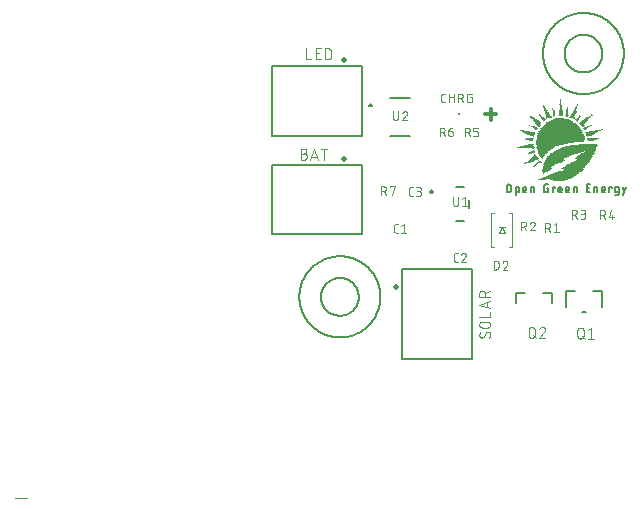
<source format=gbr>
G04 EAGLE Gerber RS-274X export*
G75*
%MOMM*%
%FSLAX34Y34*%
%LPD*%
%INSilkscreen Top*%
%IPPOS*%
%AMOC8*
5,1,8,0,0,1.08239X$1,22.5*%
G01*
%ADD10C,0.355600*%
%ADD11R,1.066800X0.076200*%
%ADD12R,0.685800X0.076200*%
%ADD13R,1.600200X0.076200*%
%ADD14R,2.590800X0.076200*%
%ADD15R,2.514600X0.076200*%
%ADD16R,2.438400X0.076200*%
%ADD17R,2.362200X0.076200*%
%ADD18R,2.286000X0.076200*%
%ADD19R,0.076200X0.076200*%
%ADD20R,2.133600X0.076200*%
%ADD21R,0.152400X0.076200*%
%ADD22R,2.057400X0.076200*%
%ADD23R,0.381000X0.076200*%
%ADD24R,1.905000X0.076200*%
%ADD25R,0.533400X0.076200*%
%ADD26R,1.828800X0.076200*%
%ADD27R,1.676400X0.076200*%
%ADD28R,0.762000X0.076200*%
%ADD29R,0.609600X0.076200*%
%ADD30R,1.752600X0.076200*%
%ADD31R,0.914400X0.076200*%
%ADD32R,0.228600X0.076200*%
%ADD33R,1.143000X0.076200*%
%ADD34R,0.304800X0.076200*%
%ADD35R,1.295400X0.076200*%
%ADD36R,1.447800X0.076200*%
%ADD37R,1.371600X0.076200*%
%ADD38R,0.457200X0.076200*%
%ADD39R,1.524000X0.076200*%
%ADD40R,1.219200X0.076200*%
%ADD41R,2.209800X0.076200*%
%ADD42R,0.990600X0.076200*%
%ADD43R,0.838200X0.076200*%
%ADD44R,3.352800X0.076200*%
%ADD45R,3.276600X0.076200*%
%ADD46R,3.124200X0.076200*%
%ADD47R,2.895600X0.076200*%
%ADD48R,2.743200X0.076200*%
%ADD49R,2.667000X0.076200*%
%ADD50R,3.200400X0.076200*%
%ADD51R,4.114800X0.076200*%
%ADD52R,4.038600X0.076200*%
%ADD53R,3.962400X0.076200*%
%ADD54R,3.886200X0.076200*%
%ADD55R,3.810000X0.076200*%
%ADD56R,3.733800X0.076200*%
%ADD57R,3.657600X0.076200*%
%ADD58R,3.581400X0.076200*%
%ADD59R,3.429000X0.076200*%
%ADD60R,2.971800X0.076200*%
%ADD61R,2.819400X0.076200*%
%ADD62C,0.152400*%
%ADD63C,0.000000*%
%ADD64C,0.150000*%
%ADD65C,0.500000*%
%ADD66C,0.076200*%
%ADD67R,0.200000X0.200000*%
%ADD68C,0.120000*%
%ADD69C,0.050000*%
%ADD70C,0.203200*%
%ADD71C,0.200000*%
%ADD72C,0.127000*%


D10*
X397778Y324310D02*
X407261Y324310D01*
X402519Y329051D02*
X402519Y319568D01*
D11*
X460629Y268224D03*
D12*
X445770Y268986D03*
D13*
X460248Y268986D03*
D14*
X457581Y269748D03*
D15*
X459486Y270510D03*
D16*
X461391Y271272D03*
D17*
X462534Y272034D03*
D18*
X464439Y272796D03*
D19*
X447294Y273558D03*
D20*
X465963Y273558D03*
D21*
X447675Y274320D03*
D22*
X467106Y274320D03*
D23*
X448056Y275082D03*
D24*
X468630Y275082D03*
D25*
X448818Y275844D03*
D26*
X470535Y275844D03*
D12*
X449580Y276606D03*
D27*
X472059Y276606D03*
D28*
X449961Y277368D03*
D27*
X472821Y277368D03*
D28*
X450723Y278130D03*
D24*
X471678Y278130D03*
D29*
X449961Y278892D03*
D26*
X472821Y278892D03*
D21*
X439293Y279654D03*
D28*
X450723Y279654D03*
D30*
X473964Y279654D03*
D21*
X440055Y280416D03*
D31*
X451485Y280416D03*
D30*
X474726Y280416D03*
D32*
X441198Y281178D03*
D11*
X452247Y281178D03*
D27*
X475869Y281178D03*
D21*
X431673Y281940D03*
D32*
X441960Y281940D03*
D33*
X453390Y281940D03*
D13*
X477012Y281940D03*
D34*
X433197Y282702D03*
D32*
X442722Y282702D03*
D35*
X454152Y282702D03*
D36*
X477774Y282702D03*
D34*
X434721Y283464D03*
X443865Y283464D03*
D36*
X454914Y283464D03*
D37*
X478917Y283464D03*
D38*
X436245Y284226D03*
D21*
X443865Y284226D03*
D39*
X456057Y284226D03*
D37*
X479679Y284226D03*
D25*
X437388Y284988D03*
D19*
X443484Y284988D03*
D27*
X456819Y284988D03*
D40*
X480441Y284988D03*
D12*
X438912Y285750D03*
D13*
X457200Y285750D03*
D40*
X481203Y285750D03*
D29*
X440055Y286512D03*
D19*
X446532Y286512D03*
D39*
X456819Y286512D03*
D37*
X480441Y286512D03*
D38*
X440055Y287274D03*
D21*
X446151Y287274D03*
D27*
X458343Y287274D03*
D37*
X481203Y287274D03*
D23*
X440436Y288036D03*
D34*
X446151Y288036D03*
D26*
X459867Y288036D03*
D35*
X482346Y288036D03*
D32*
X440436Y288798D03*
D38*
X446151Y288798D03*
D24*
X461010Y288798D03*
D40*
X482727Y288798D03*
D19*
X440436Y289560D03*
D38*
X446151Y289560D03*
D22*
X462534Y289560D03*
D33*
X483870Y289560D03*
D29*
X446151Y290322D03*
D41*
X464058Y290322D03*
D11*
X484251Y290322D03*
D23*
X435864Y291084D03*
D12*
X446532Y291084D03*
D18*
X465201Y291084D03*
D42*
X485394Y291084D03*
D38*
X437769Y291846D03*
D43*
X446532Y291846D03*
D17*
X467106Y291846D03*
D31*
X485775Y291846D03*
D34*
X438531Y292608D03*
D31*
X446913Y292608D03*
D15*
X468630Y292608D03*
D43*
X486918Y292608D03*
D19*
X438912Y293370D03*
D11*
X447675Y293370D03*
D44*
X474345Y293370D03*
D40*
X447675Y294132D03*
D45*
X475488Y294132D03*
D21*
X438531Y294894D03*
D37*
X448437Y294894D03*
D46*
X476250Y294894D03*
D36*
X432054Y295656D03*
X448818Y295656D03*
D47*
X477393Y295656D03*
D33*
X433578Y296418D03*
D13*
X449580Y296418D03*
D48*
X478917Y296418D03*
D28*
X434721Y297180D03*
D26*
X450723Y297180D03*
D17*
X481584Y297180D03*
D38*
X436245Y297942D03*
D22*
X451104Y297942D03*
D13*
X484632Y297942D03*
D21*
X437769Y298704D03*
D17*
X452628Y298704D03*
D49*
X454152Y299466D03*
D50*
X456819Y300228D03*
D51*
X461391Y300990D03*
D34*
X437007Y301752D03*
D51*
X461391Y301752D03*
D38*
X487299Y301752D03*
D12*
X435102Y302514D03*
D52*
X461772Y302514D03*
D43*
X488442Y302514D03*
D12*
X435864Y303276D03*
D52*
X461772Y303276D03*
D42*
X489204Y303276D03*
D52*
X461772Y304038D03*
D19*
X438912Y304800D03*
D52*
X461772Y304800D03*
D19*
X484632Y304800D03*
D32*
X438150Y305562D03*
D53*
X461391Y305562D03*
D32*
X485394Y305562D03*
D23*
X437388Y306324D03*
D54*
X461772Y306324D03*
D38*
X485775Y306324D03*
D29*
X437007Y307086D03*
D54*
X461772Y307086D03*
D29*
X486537Y307086D03*
D43*
X435864Y307848D03*
D55*
X461391Y307848D03*
D28*
X487299Y307848D03*
D42*
X435102Y308610D03*
D56*
X461772Y308610D03*
D42*
X487680Y308610D03*
D12*
X432054Y309372D03*
D57*
X461391Y309372D03*
D28*
X490347Y309372D03*
D23*
X429006Y310134D03*
D58*
X461772Y310134D03*
D38*
X493395Y310134D03*
D21*
X440817Y310896D03*
D59*
X461772Y310896D03*
D21*
X482727Y310896D03*
X496443Y310896D03*
D34*
X440817Y311658D03*
D44*
X461391Y311658D03*
D34*
X482727Y311658D03*
D23*
X440436Y312420D03*
D45*
X461772Y312420D03*
D23*
X483108Y312420D03*
D34*
X438531Y313182D03*
D46*
X461772Y313182D03*
D32*
X484632Y313182D03*
X437388Y313944D03*
D21*
X443103Y313944D03*
D60*
X461772Y313944D03*
D21*
X480441Y313944D03*
D32*
X486156Y313944D03*
D19*
X435864Y314706D03*
D34*
X443103Y314706D03*
D61*
X461772Y314706D03*
D34*
X480441Y314706D03*
D21*
X487299Y314706D03*
D23*
X442722Y315468D03*
D49*
X461772Y315468D03*
D23*
X480060Y315468D03*
D25*
X442722Y316230D03*
D15*
X461772Y316230D03*
D25*
X480060Y316230D03*
X442722Y316992D03*
D18*
X461391Y316992D03*
D25*
X480822Y316992D03*
D38*
X441579Y317754D03*
D22*
X461772Y317754D03*
D19*
X476250Y317754D03*
D25*
X481584Y317754D03*
D38*
X440817Y318516D03*
D21*
X447675Y318516D03*
D30*
X461772Y318516D03*
D21*
X475869Y318516D03*
D38*
X482727Y318516D03*
D23*
X439674Y319278D03*
D34*
X447675Y319278D03*
D35*
X461772Y319278D03*
D34*
X475869Y319278D03*
D23*
X483108Y319278D03*
D34*
X438531Y320040D03*
X446913Y320040D03*
D19*
X450342Y320040D03*
D28*
X461391Y320040D03*
D21*
X472821Y320040D03*
D32*
X476250Y320040D03*
D34*
X484251Y320040D03*
X437769Y320802D03*
D32*
X446532Y320802D03*
X451104Y320802D03*
D34*
X472059Y320802D03*
D32*
X477012Y320802D03*
D34*
X485013Y320802D03*
D21*
X437007Y321564D03*
X446151Y321564D03*
D38*
X451485Y321564D03*
X471297Y321564D03*
D21*
X477393Y321564D03*
D32*
X486156Y321564D03*
D21*
X436245Y322326D03*
X445389Y322326D03*
D38*
X451485Y322326D03*
D19*
X456438Y322326D03*
D32*
X467106Y322326D03*
D23*
X471678Y322326D03*
D21*
X478155Y322326D03*
D32*
X486918Y322326D03*
D21*
X444627Y323088D03*
D23*
X451104Y323088D03*
D32*
X456438Y323088D03*
D23*
X461772Y323088D03*
D34*
X466725Y323088D03*
D23*
X472440Y323088D03*
D19*
X478536Y323088D03*
D21*
X488061Y323088D03*
D19*
X444246Y323850D03*
D34*
X450723Y323850D03*
D32*
X456438Y323850D03*
D23*
X461772Y323850D03*
D32*
X467106Y323850D03*
D23*
X472440Y323850D03*
D19*
X488442Y323850D03*
D23*
X450342Y324612D03*
D32*
X456438Y324612D03*
D23*
X461772Y324612D03*
D32*
X467106Y324612D03*
D34*
X472821Y324612D03*
X449961Y325374D03*
D21*
X456057Y325374D03*
D23*
X461772Y325374D03*
D32*
X467106Y325374D03*
D34*
X473583Y325374D03*
D32*
X449580Y326136D03*
D21*
X456057Y326136D03*
D23*
X461772Y326136D03*
D21*
X467487Y326136D03*
D34*
X473583Y326136D03*
X449199Y326898D03*
D21*
X456057Y326898D03*
D23*
X461772Y326898D03*
D21*
X467487Y326898D03*
D32*
X473964Y326898D03*
X448818Y327660D03*
D19*
X455676Y327660D03*
D32*
X461772Y327660D03*
D21*
X467487Y327660D03*
D32*
X473964Y327660D03*
D21*
X448437Y328422D03*
D19*
X455676Y328422D03*
D32*
X461772Y328422D03*
D19*
X467868Y328422D03*
D32*
X474726Y328422D03*
D21*
X448437Y329184D03*
D19*
X455676Y329184D03*
D32*
X461772Y329184D03*
D19*
X467868Y329184D03*
D21*
X475107Y329184D03*
X447675Y329946D03*
D32*
X461772Y329946D03*
D19*
X467868Y329946D03*
D21*
X475107Y329946D03*
X447675Y330708D03*
D32*
X461772Y330708D03*
D19*
X475488Y330708D03*
X447294Y331470D03*
D32*
X461772Y331470D03*
D19*
X476250Y331470D03*
D21*
X461391Y332232D03*
D19*
X476250Y332232D03*
X461772Y332994D03*
X461772Y333756D03*
X461772Y334518D03*
X461772Y335280D03*
X461772Y336042D03*
D62*
X416052Y263088D02*
X416052Y260152D01*
X416052Y263088D02*
X416054Y263173D01*
X416060Y263257D01*
X416070Y263341D01*
X416083Y263425D01*
X416101Y263508D01*
X416122Y263590D01*
X416147Y263671D01*
X416176Y263751D01*
X416208Y263829D01*
X416244Y263905D01*
X416284Y263980D01*
X416327Y264053D01*
X416373Y264124D01*
X416422Y264193D01*
X416475Y264260D01*
X416531Y264324D01*
X416589Y264385D01*
X416650Y264443D01*
X416714Y264499D01*
X416781Y264552D01*
X416850Y264601D01*
X416921Y264647D01*
X416994Y264690D01*
X417069Y264730D01*
X417145Y264766D01*
X417223Y264798D01*
X417303Y264827D01*
X417384Y264852D01*
X417466Y264873D01*
X417549Y264891D01*
X417633Y264904D01*
X417717Y264914D01*
X417801Y264920D01*
X417886Y264922D01*
X417971Y264920D01*
X418055Y264914D01*
X418139Y264904D01*
X418223Y264891D01*
X418306Y264873D01*
X418388Y264852D01*
X418469Y264827D01*
X418549Y264798D01*
X418627Y264766D01*
X418703Y264730D01*
X418778Y264690D01*
X418851Y264647D01*
X418922Y264601D01*
X418991Y264552D01*
X419058Y264499D01*
X419122Y264443D01*
X419183Y264385D01*
X419241Y264324D01*
X419297Y264260D01*
X419350Y264193D01*
X419399Y264124D01*
X419445Y264053D01*
X419488Y263980D01*
X419528Y263905D01*
X419564Y263829D01*
X419596Y263751D01*
X419625Y263671D01*
X419650Y263590D01*
X419671Y263508D01*
X419689Y263425D01*
X419702Y263341D01*
X419712Y263257D01*
X419718Y263173D01*
X419720Y263088D01*
X419721Y263088D02*
X419721Y260152D01*
X419720Y260152D02*
X419718Y260067D01*
X419712Y259983D01*
X419702Y259899D01*
X419689Y259815D01*
X419671Y259732D01*
X419650Y259650D01*
X419625Y259569D01*
X419596Y259489D01*
X419564Y259411D01*
X419528Y259335D01*
X419488Y259260D01*
X419445Y259187D01*
X419399Y259116D01*
X419350Y259047D01*
X419297Y258980D01*
X419241Y258916D01*
X419183Y258855D01*
X419122Y258797D01*
X419058Y258741D01*
X418991Y258688D01*
X418922Y258639D01*
X418851Y258593D01*
X418778Y258550D01*
X418703Y258510D01*
X418627Y258474D01*
X418549Y258442D01*
X418469Y258413D01*
X418388Y258388D01*
X418306Y258367D01*
X418223Y258349D01*
X418139Y258336D01*
X418055Y258326D01*
X417971Y258320D01*
X417886Y258318D01*
X417801Y258320D01*
X417717Y258326D01*
X417633Y258336D01*
X417549Y258349D01*
X417466Y258367D01*
X417384Y258388D01*
X417303Y258413D01*
X417223Y258442D01*
X417145Y258474D01*
X417069Y258510D01*
X416994Y258550D01*
X416921Y258593D01*
X416850Y258639D01*
X416781Y258688D01*
X416714Y258741D01*
X416650Y258797D01*
X416589Y258855D01*
X416531Y258916D01*
X416475Y258980D01*
X416422Y259047D01*
X416373Y259116D01*
X416327Y259187D01*
X416284Y259260D01*
X416244Y259335D01*
X416208Y259411D01*
X416176Y259489D01*
X416147Y259569D01*
X416122Y259650D01*
X416101Y259732D01*
X416083Y259815D01*
X416070Y259899D01*
X416060Y259983D01*
X416054Y260067D01*
X416052Y260152D01*
X423553Y262721D02*
X423553Y256117D01*
X423553Y262721D02*
X425388Y262721D01*
X425452Y262719D01*
X425516Y262714D01*
X425579Y262704D01*
X425642Y262691D01*
X425704Y262675D01*
X425765Y262655D01*
X425824Y262631D01*
X425882Y262604D01*
X425939Y262573D01*
X425993Y262540D01*
X426045Y262503D01*
X426096Y262463D01*
X426144Y262421D01*
X426189Y262376D01*
X426231Y262328D01*
X426271Y262277D01*
X426308Y262225D01*
X426341Y262171D01*
X426372Y262114D01*
X426399Y262056D01*
X426423Y261997D01*
X426443Y261936D01*
X426459Y261874D01*
X426472Y261811D01*
X426482Y261748D01*
X426487Y261684D01*
X426489Y261620D01*
X426488Y261620D02*
X426488Y259419D01*
X426489Y259419D02*
X426487Y259355D01*
X426482Y259291D01*
X426472Y259228D01*
X426459Y259165D01*
X426443Y259103D01*
X426423Y259042D01*
X426399Y258983D01*
X426372Y258925D01*
X426341Y258869D01*
X426308Y258814D01*
X426271Y258762D01*
X426231Y258711D01*
X426189Y258663D01*
X426144Y258618D01*
X426096Y258576D01*
X426045Y258536D01*
X425993Y258499D01*
X425939Y258466D01*
X425882Y258435D01*
X425824Y258408D01*
X425765Y258384D01*
X425704Y258364D01*
X425642Y258348D01*
X425579Y258335D01*
X425516Y258325D01*
X425452Y258320D01*
X425388Y258318D01*
X423553Y258318D01*
X430931Y258318D02*
X432765Y258318D01*
X430931Y258318D02*
X430867Y258320D01*
X430803Y258325D01*
X430740Y258335D01*
X430677Y258348D01*
X430615Y258364D01*
X430554Y258384D01*
X430495Y258408D01*
X430437Y258435D01*
X430381Y258466D01*
X430326Y258499D01*
X430274Y258536D01*
X430223Y258576D01*
X430175Y258618D01*
X430130Y258663D01*
X430088Y258711D01*
X430048Y258762D01*
X430011Y258814D01*
X429978Y258869D01*
X429947Y258925D01*
X429920Y258983D01*
X429896Y259042D01*
X429876Y259103D01*
X429860Y259165D01*
X429847Y259228D01*
X429837Y259291D01*
X429832Y259355D01*
X429830Y259419D01*
X429830Y261253D01*
X429832Y261329D01*
X429838Y261404D01*
X429847Y261479D01*
X429861Y261553D01*
X429878Y261627D01*
X429900Y261699D01*
X429924Y261771D01*
X429953Y261841D01*
X429985Y261909D01*
X430020Y261976D01*
X430059Y262041D01*
X430102Y262104D01*
X430147Y262164D01*
X430195Y262222D01*
X430247Y262278D01*
X430301Y262330D01*
X430358Y262380D01*
X430417Y262427D01*
X430478Y262471D01*
X430542Y262512D01*
X430608Y262549D01*
X430676Y262583D01*
X430745Y262613D01*
X430816Y262640D01*
X430888Y262663D01*
X430961Y262682D01*
X431035Y262697D01*
X431110Y262709D01*
X431185Y262717D01*
X431260Y262721D01*
X431336Y262721D01*
X431411Y262717D01*
X431486Y262709D01*
X431561Y262697D01*
X431635Y262682D01*
X431708Y262663D01*
X431780Y262640D01*
X431851Y262613D01*
X431920Y262583D01*
X431988Y262549D01*
X432054Y262512D01*
X432118Y262471D01*
X432179Y262427D01*
X432238Y262380D01*
X432295Y262330D01*
X432349Y262278D01*
X432401Y262222D01*
X432449Y262164D01*
X432494Y262104D01*
X432537Y262041D01*
X432576Y261976D01*
X432611Y261909D01*
X432643Y261841D01*
X432672Y261771D01*
X432696Y261699D01*
X432718Y261627D01*
X432735Y261553D01*
X432749Y261479D01*
X432758Y261404D01*
X432764Y261329D01*
X432766Y261253D01*
X432765Y261253D02*
X432765Y260519D01*
X429830Y260519D01*
X436414Y258318D02*
X436414Y262721D01*
X438248Y262721D01*
X438312Y262719D01*
X438376Y262714D01*
X438439Y262704D01*
X438502Y262691D01*
X438564Y262675D01*
X438625Y262655D01*
X438684Y262631D01*
X438742Y262604D01*
X438799Y262573D01*
X438853Y262540D01*
X438905Y262503D01*
X438956Y262463D01*
X439004Y262421D01*
X439049Y262376D01*
X439091Y262328D01*
X439131Y262277D01*
X439168Y262225D01*
X439201Y262171D01*
X439232Y262114D01*
X439259Y262056D01*
X439283Y261997D01*
X439303Y261936D01*
X439319Y261874D01*
X439332Y261811D01*
X439342Y261748D01*
X439347Y261684D01*
X439349Y261620D01*
X439349Y258318D01*
X449832Y261987D02*
X450932Y261987D01*
X450932Y258318D01*
X448731Y258318D01*
X448657Y258320D01*
X448582Y258326D01*
X448509Y258335D01*
X448435Y258348D01*
X448363Y258365D01*
X448292Y258385D01*
X448221Y258409D01*
X448152Y258437D01*
X448085Y258468D01*
X448019Y258502D01*
X447954Y258540D01*
X447892Y258581D01*
X447832Y258625D01*
X447775Y258672D01*
X447720Y258722D01*
X447667Y258775D01*
X447617Y258830D01*
X447570Y258887D01*
X447526Y258947D01*
X447485Y259009D01*
X447447Y259074D01*
X447413Y259140D01*
X447382Y259207D01*
X447354Y259276D01*
X447330Y259347D01*
X447310Y259418D01*
X447293Y259490D01*
X447280Y259564D01*
X447271Y259637D01*
X447265Y259712D01*
X447263Y259786D01*
X447263Y263454D01*
X447265Y263528D01*
X447271Y263603D01*
X447280Y263676D01*
X447293Y263750D01*
X447310Y263822D01*
X447330Y263893D01*
X447354Y263964D01*
X447382Y264033D01*
X447413Y264100D01*
X447447Y264166D01*
X447485Y264231D01*
X447526Y264293D01*
X447570Y264353D01*
X447617Y264410D01*
X447667Y264465D01*
X447720Y264518D01*
X447775Y264568D01*
X447832Y264615D01*
X447892Y264659D01*
X447954Y264700D01*
X448019Y264738D01*
X448084Y264772D01*
X448152Y264803D01*
X448221Y264831D01*
X448292Y264855D01*
X448363Y264875D01*
X448435Y264892D01*
X448509Y264905D01*
X448582Y264914D01*
X448657Y264920D01*
X448731Y264922D01*
X450932Y264922D01*
X455017Y262721D02*
X455017Y258318D01*
X455017Y262721D02*
X457218Y262721D01*
X457218Y261987D01*
X460923Y258318D02*
X462757Y258318D01*
X460923Y258318D02*
X460859Y258320D01*
X460795Y258325D01*
X460732Y258335D01*
X460669Y258348D01*
X460607Y258364D01*
X460546Y258384D01*
X460487Y258408D01*
X460429Y258435D01*
X460373Y258466D01*
X460318Y258499D01*
X460266Y258536D01*
X460215Y258576D01*
X460167Y258618D01*
X460122Y258663D01*
X460080Y258711D01*
X460040Y258762D01*
X460003Y258814D01*
X459970Y258869D01*
X459939Y258925D01*
X459912Y258983D01*
X459888Y259042D01*
X459868Y259103D01*
X459852Y259165D01*
X459839Y259228D01*
X459829Y259291D01*
X459824Y259355D01*
X459822Y259419D01*
X459822Y261253D01*
X459824Y261329D01*
X459830Y261404D01*
X459839Y261479D01*
X459853Y261553D01*
X459870Y261627D01*
X459892Y261699D01*
X459916Y261771D01*
X459945Y261841D01*
X459977Y261909D01*
X460012Y261976D01*
X460051Y262041D01*
X460094Y262104D01*
X460139Y262164D01*
X460187Y262222D01*
X460239Y262278D01*
X460293Y262330D01*
X460350Y262380D01*
X460409Y262427D01*
X460470Y262471D01*
X460534Y262512D01*
X460600Y262549D01*
X460668Y262583D01*
X460737Y262613D01*
X460808Y262640D01*
X460880Y262663D01*
X460953Y262682D01*
X461027Y262697D01*
X461102Y262709D01*
X461177Y262717D01*
X461252Y262721D01*
X461328Y262721D01*
X461403Y262717D01*
X461478Y262709D01*
X461553Y262697D01*
X461627Y262682D01*
X461700Y262663D01*
X461772Y262640D01*
X461843Y262613D01*
X461912Y262583D01*
X461980Y262549D01*
X462046Y262512D01*
X462110Y262471D01*
X462171Y262427D01*
X462230Y262380D01*
X462287Y262330D01*
X462341Y262278D01*
X462393Y262222D01*
X462441Y262164D01*
X462486Y262104D01*
X462529Y262041D01*
X462568Y261976D01*
X462603Y261909D01*
X462635Y261841D01*
X462664Y261771D01*
X462688Y261699D01*
X462710Y261627D01*
X462727Y261553D01*
X462741Y261479D01*
X462750Y261404D01*
X462756Y261329D01*
X462758Y261253D01*
X462757Y261253D02*
X462757Y260519D01*
X459822Y260519D01*
X467263Y258318D02*
X469097Y258318D01*
X467263Y258318D02*
X467199Y258320D01*
X467135Y258325D01*
X467072Y258335D01*
X467009Y258348D01*
X466947Y258364D01*
X466886Y258384D01*
X466827Y258408D01*
X466769Y258435D01*
X466713Y258466D01*
X466658Y258499D01*
X466606Y258536D01*
X466555Y258576D01*
X466507Y258618D01*
X466462Y258663D01*
X466420Y258711D01*
X466380Y258762D01*
X466343Y258814D01*
X466310Y258869D01*
X466279Y258925D01*
X466252Y258983D01*
X466228Y259042D01*
X466208Y259103D01*
X466192Y259165D01*
X466179Y259228D01*
X466169Y259291D01*
X466164Y259355D01*
X466162Y259419D01*
X466162Y261253D01*
X466164Y261329D01*
X466170Y261404D01*
X466179Y261479D01*
X466193Y261553D01*
X466210Y261627D01*
X466232Y261699D01*
X466256Y261771D01*
X466285Y261841D01*
X466317Y261909D01*
X466352Y261976D01*
X466391Y262041D01*
X466434Y262104D01*
X466479Y262164D01*
X466527Y262222D01*
X466579Y262278D01*
X466633Y262330D01*
X466690Y262380D01*
X466749Y262427D01*
X466810Y262471D01*
X466874Y262512D01*
X466940Y262549D01*
X467008Y262583D01*
X467077Y262613D01*
X467148Y262640D01*
X467220Y262663D01*
X467293Y262682D01*
X467367Y262697D01*
X467442Y262709D01*
X467517Y262717D01*
X467592Y262721D01*
X467668Y262721D01*
X467743Y262717D01*
X467818Y262709D01*
X467893Y262697D01*
X467967Y262682D01*
X468040Y262663D01*
X468112Y262640D01*
X468183Y262613D01*
X468252Y262583D01*
X468320Y262549D01*
X468386Y262512D01*
X468450Y262471D01*
X468511Y262427D01*
X468570Y262380D01*
X468627Y262330D01*
X468681Y262278D01*
X468733Y262222D01*
X468781Y262164D01*
X468826Y262104D01*
X468869Y262041D01*
X468908Y261976D01*
X468943Y261909D01*
X468975Y261841D01*
X469004Y261771D01*
X469028Y261699D01*
X469050Y261627D01*
X469067Y261553D01*
X469081Y261479D01*
X469090Y261404D01*
X469096Y261329D01*
X469098Y261253D01*
X469097Y261253D02*
X469097Y260519D01*
X466162Y260519D01*
X472746Y258318D02*
X472746Y262721D01*
X474580Y262721D01*
X474644Y262719D01*
X474708Y262714D01*
X474771Y262704D01*
X474834Y262691D01*
X474896Y262675D01*
X474957Y262655D01*
X475016Y262631D01*
X475074Y262604D01*
X475131Y262573D01*
X475185Y262540D01*
X475237Y262503D01*
X475288Y262463D01*
X475336Y262421D01*
X475381Y262376D01*
X475423Y262328D01*
X475463Y262277D01*
X475500Y262225D01*
X475533Y262171D01*
X475564Y262114D01*
X475591Y262056D01*
X475615Y261997D01*
X475635Y261936D01*
X475651Y261874D01*
X475664Y261811D01*
X475674Y261748D01*
X475679Y261684D01*
X475681Y261620D01*
X475681Y258318D01*
X483620Y258318D02*
X486555Y258318D01*
X483620Y258318D02*
X483620Y264922D01*
X486555Y264922D01*
X485821Y261987D02*
X483620Y261987D01*
X489814Y262721D02*
X489814Y258318D01*
X489814Y262721D02*
X491649Y262721D01*
X491713Y262719D01*
X491777Y262714D01*
X491840Y262704D01*
X491903Y262691D01*
X491965Y262675D01*
X492026Y262655D01*
X492085Y262631D01*
X492143Y262604D01*
X492200Y262573D01*
X492254Y262540D01*
X492306Y262503D01*
X492357Y262463D01*
X492405Y262421D01*
X492450Y262376D01*
X492492Y262328D01*
X492532Y262277D01*
X492569Y262225D01*
X492602Y262171D01*
X492633Y262114D01*
X492660Y262056D01*
X492684Y261997D01*
X492704Y261936D01*
X492720Y261874D01*
X492733Y261811D01*
X492743Y261748D01*
X492748Y261684D01*
X492750Y261620D01*
X492750Y258318D01*
X497499Y258318D02*
X499333Y258318D01*
X497499Y258318D02*
X497435Y258320D01*
X497371Y258325D01*
X497308Y258335D01*
X497245Y258348D01*
X497183Y258364D01*
X497122Y258384D01*
X497063Y258408D01*
X497005Y258435D01*
X496949Y258466D01*
X496894Y258499D01*
X496842Y258536D01*
X496791Y258576D01*
X496743Y258618D01*
X496698Y258663D01*
X496656Y258711D01*
X496616Y258762D01*
X496579Y258814D01*
X496546Y258869D01*
X496515Y258925D01*
X496488Y258983D01*
X496464Y259042D01*
X496444Y259103D01*
X496428Y259165D01*
X496415Y259228D01*
X496405Y259291D01*
X496400Y259355D01*
X496398Y259419D01*
X496398Y261253D01*
X496400Y261329D01*
X496406Y261404D01*
X496415Y261479D01*
X496429Y261553D01*
X496446Y261627D01*
X496468Y261699D01*
X496492Y261771D01*
X496521Y261841D01*
X496553Y261909D01*
X496588Y261976D01*
X496627Y262041D01*
X496670Y262104D01*
X496715Y262164D01*
X496763Y262222D01*
X496815Y262278D01*
X496869Y262330D01*
X496926Y262380D01*
X496985Y262427D01*
X497046Y262471D01*
X497110Y262512D01*
X497176Y262549D01*
X497244Y262583D01*
X497313Y262613D01*
X497384Y262640D01*
X497456Y262663D01*
X497529Y262682D01*
X497603Y262697D01*
X497678Y262709D01*
X497753Y262717D01*
X497828Y262721D01*
X497904Y262721D01*
X497979Y262717D01*
X498054Y262709D01*
X498129Y262697D01*
X498203Y262682D01*
X498276Y262663D01*
X498348Y262640D01*
X498419Y262613D01*
X498488Y262583D01*
X498556Y262549D01*
X498622Y262512D01*
X498686Y262471D01*
X498747Y262427D01*
X498806Y262380D01*
X498863Y262330D01*
X498917Y262278D01*
X498969Y262222D01*
X499017Y262164D01*
X499062Y262104D01*
X499105Y262041D01*
X499144Y261976D01*
X499179Y261909D01*
X499211Y261841D01*
X499240Y261771D01*
X499264Y261699D01*
X499286Y261627D01*
X499303Y261553D01*
X499317Y261479D01*
X499326Y261404D01*
X499332Y261329D01*
X499334Y261253D01*
X499333Y261253D02*
X499333Y260519D01*
X496398Y260519D01*
X503053Y258318D02*
X503053Y262721D01*
X505254Y262721D01*
X505254Y261987D01*
X508896Y258318D02*
X510731Y258318D01*
X508896Y258318D02*
X508832Y258320D01*
X508768Y258325D01*
X508705Y258335D01*
X508642Y258348D01*
X508580Y258364D01*
X508519Y258384D01*
X508460Y258408D01*
X508402Y258435D01*
X508346Y258466D01*
X508291Y258499D01*
X508239Y258536D01*
X508188Y258576D01*
X508140Y258618D01*
X508095Y258663D01*
X508053Y258711D01*
X508013Y258762D01*
X507976Y258814D01*
X507943Y258869D01*
X507912Y258925D01*
X507885Y258983D01*
X507861Y259042D01*
X507841Y259103D01*
X507825Y259165D01*
X507812Y259228D01*
X507802Y259291D01*
X507797Y259355D01*
X507795Y259419D01*
X507796Y259419D02*
X507796Y261620D01*
X507795Y261620D02*
X507797Y261684D01*
X507802Y261748D01*
X507812Y261811D01*
X507825Y261874D01*
X507841Y261936D01*
X507861Y261997D01*
X507885Y262056D01*
X507912Y262114D01*
X507943Y262171D01*
X507976Y262225D01*
X508013Y262277D01*
X508053Y262328D01*
X508095Y262376D01*
X508140Y262421D01*
X508188Y262463D01*
X508239Y262503D01*
X508291Y262540D01*
X508346Y262574D01*
X508402Y262604D01*
X508460Y262631D01*
X508519Y262655D01*
X508580Y262675D01*
X508642Y262691D01*
X508705Y262704D01*
X508768Y262714D01*
X508832Y262719D01*
X508896Y262721D01*
X510731Y262721D01*
X510731Y257217D01*
X510729Y257153D01*
X510724Y257089D01*
X510714Y257026D01*
X510701Y256963D01*
X510685Y256901D01*
X510665Y256840D01*
X510641Y256781D01*
X510614Y256723D01*
X510583Y256667D01*
X510550Y256612D01*
X510513Y256560D01*
X510473Y256509D01*
X510431Y256461D01*
X510386Y256416D01*
X510338Y256374D01*
X510287Y256334D01*
X510235Y256297D01*
X510181Y256264D01*
X510124Y256233D01*
X510066Y256206D01*
X510007Y256182D01*
X509946Y256162D01*
X509884Y256146D01*
X509821Y256133D01*
X509758Y256123D01*
X509694Y256118D01*
X509630Y256116D01*
X509630Y256117D02*
X508162Y256117D01*
X514198Y256117D02*
X514932Y256117D01*
X517133Y262721D01*
X514198Y262721D02*
X515666Y258318D01*
D63*
X68Y-381D02*
X34Y-381D01*
X23Y-379D01*
X14Y-375D01*
X7Y-367D01*
X2Y-358D01*
X0Y-347D01*
X0Y-262D01*
X2Y-251D01*
X6Y-242D01*
X14Y-235D01*
X23Y-230D01*
X34Y-228D01*
X34Y-229D02*
X68Y-229D01*
X116Y-360D02*
X116Y-368D01*
X116Y-360D02*
X124Y-360D01*
X124Y-368D01*
X116Y-368D01*
X116Y-301D02*
X116Y-292D01*
X124Y-292D01*
X124Y-301D01*
X116Y-301D01*
X173Y-398D02*
X241Y-212D01*
X293Y-229D02*
X293Y-339D01*
X295Y-351D01*
X300Y-362D01*
X307Y-371D01*
X318Y-377D01*
X329Y-381D01*
X341Y-381D01*
X352Y-377D01*
X363Y-371D01*
X370Y-362D01*
X375Y-351D01*
X377Y-339D01*
X377Y-229D01*
X446Y-322D02*
X489Y-339D01*
X447Y-321D02*
X440Y-317D01*
X435Y-310D01*
X433Y-301D01*
X435Y-293D01*
X440Y-285D01*
X447Y-281D01*
X455Y-279D01*
X455Y-280D02*
X468Y-281D01*
X481Y-284D01*
X493Y-288D01*
X489Y-339D02*
X496Y-343D01*
X501Y-350D01*
X503Y-359D01*
X501Y-367D01*
X496Y-375D01*
X489Y-379D01*
X481Y-381D01*
X480Y-381D02*
X456Y-379D01*
X433Y-373D01*
X578Y-381D02*
X620Y-381D01*
X578Y-381D02*
X570Y-380D01*
X563Y-376D01*
X558Y-371D01*
X554Y-364D01*
X553Y-356D01*
X553Y-313D01*
X552Y-313D02*
X554Y-302D01*
X558Y-293D01*
X566Y-285D01*
X575Y-281D01*
X586Y-279D01*
X597Y-281D01*
X606Y-285D01*
X614Y-293D01*
X618Y-302D01*
X620Y-313D01*
X620Y-330D01*
X553Y-330D01*
X676Y-381D02*
X676Y-279D01*
X727Y-279D01*
X727Y-296D01*
X780Y-322D02*
X822Y-339D01*
X780Y-321D02*
X773Y-317D01*
X768Y-310D01*
X766Y-301D01*
X768Y-293D01*
X773Y-285D01*
X780Y-281D01*
X788Y-279D01*
X788Y-280D02*
X801Y-281D01*
X814Y-284D01*
X826Y-288D01*
X822Y-339D02*
X829Y-343D01*
X834Y-350D01*
X836Y-359D01*
X834Y-367D01*
X829Y-375D01*
X822Y-379D01*
X814Y-381D01*
X790Y-379D01*
X767Y-373D01*
X882Y-398D02*
X949Y-212D01*
X998Y-279D02*
X998Y-381D01*
X994Y-237D02*
X994Y-229D01*
X1002Y-229D01*
X1002Y-237D01*
X994Y-237D01*
X1056Y-229D02*
X1056Y-381D01*
X1098Y-381D01*
X1108Y-379D01*
X1116Y-374D01*
X1121Y-366D01*
X1123Y-356D01*
X1123Y-305D01*
X1121Y-295D01*
X1116Y-287D01*
X1108Y-282D01*
X1098Y-280D01*
X1098Y-279D02*
X1056Y-279D01*
X1179Y-279D02*
X1179Y-381D01*
X1179Y-279D02*
X1221Y-279D01*
X1221Y-280D02*
X1229Y-281D01*
X1236Y-285D01*
X1241Y-290D01*
X1245Y-297D01*
X1246Y-305D01*
X1246Y-381D01*
X1308Y-381D02*
X1308Y-279D01*
X1384Y-279D01*
X1384Y-280D02*
X1392Y-281D01*
X1399Y-285D01*
X1404Y-290D01*
X1408Y-297D01*
X1409Y-305D01*
X1410Y-305D02*
X1410Y-381D01*
X1359Y-381D02*
X1359Y-279D01*
X1471Y-279D02*
X1471Y-356D01*
X1472Y-356D02*
X1473Y-364D01*
X1477Y-371D01*
X1482Y-376D01*
X1489Y-380D01*
X1497Y-381D01*
X1539Y-381D01*
X1539Y-279D01*
X1590Y-398D02*
X1658Y-212D01*
X1710Y-229D02*
X1710Y-381D01*
X1710Y-229D02*
X1752Y-229D01*
X1763Y-230D01*
X1773Y-235D01*
X1782Y-241D01*
X1788Y-250D01*
X1793Y-260D01*
X1794Y-271D01*
X1794Y-339D01*
X1793Y-350D01*
X1788Y-360D01*
X1782Y-369D01*
X1773Y-375D01*
X1763Y-380D01*
X1752Y-381D01*
X1710Y-381D01*
X1876Y-381D02*
X1918Y-381D01*
X1876Y-381D02*
X1868Y-380D01*
X1861Y-376D01*
X1856Y-371D01*
X1852Y-364D01*
X1851Y-356D01*
X1851Y-313D01*
X1850Y-313D02*
X1852Y-302D01*
X1856Y-293D01*
X1864Y-285D01*
X1873Y-281D01*
X1884Y-279D01*
X1895Y-281D01*
X1904Y-285D01*
X1912Y-293D01*
X1916Y-302D01*
X1918Y-313D01*
X1918Y-330D01*
X1851Y-330D01*
X1982Y-322D02*
X2024Y-339D01*
X1982Y-321D02*
X1975Y-317D01*
X1970Y-310D01*
X1968Y-301D01*
X1970Y-293D01*
X1975Y-285D01*
X1982Y-281D01*
X1990Y-279D01*
X1990Y-280D02*
X2003Y-281D01*
X2016Y-284D01*
X2028Y-288D01*
X2024Y-339D02*
X2031Y-343D01*
X2036Y-350D01*
X2038Y-359D01*
X2036Y-367D01*
X2031Y-375D01*
X2024Y-379D01*
X2016Y-381D01*
X1992Y-379D01*
X1969Y-373D01*
X2094Y-381D02*
X2094Y-229D01*
X2161Y-279D02*
X2094Y-330D01*
X2123Y-309D02*
X2161Y-381D01*
X2197Y-279D02*
X2248Y-279D01*
X2214Y-229D02*
X2214Y-356D01*
X2215Y-364D01*
X2219Y-371D01*
X2224Y-376D01*
X2231Y-380D01*
X2239Y-381D01*
X2248Y-381D01*
X2294Y-347D02*
X2294Y-313D01*
X2296Y-302D01*
X2300Y-293D01*
X2308Y-285D01*
X2317Y-281D01*
X2328Y-279D01*
X2339Y-281D01*
X2348Y-285D01*
X2356Y-293D01*
X2360Y-302D01*
X2362Y-313D01*
X2362Y-347D01*
X2360Y-358D01*
X2356Y-367D01*
X2348Y-375D01*
X2339Y-379D01*
X2328Y-381D01*
X2317Y-379D01*
X2308Y-375D01*
X2300Y-367D01*
X2296Y-358D01*
X2294Y-347D01*
X2418Y-279D02*
X2418Y-432D01*
X2418Y-279D02*
X2460Y-279D01*
X2460Y-280D02*
X2468Y-281D01*
X2475Y-285D01*
X2480Y-290D01*
X2484Y-297D01*
X2485Y-305D01*
X2486Y-305D02*
X2486Y-356D01*
X2485Y-356D02*
X2484Y-364D01*
X2480Y-371D01*
X2475Y-376D01*
X2468Y-380D01*
X2460Y-381D01*
X2418Y-381D01*
X2532Y-398D02*
X2599Y-212D01*
X2693Y-229D02*
X2705Y-231D01*
X2715Y-236D01*
X2724Y-245D01*
X2729Y-255D01*
X2731Y-267D01*
X2693Y-228D02*
X2681Y-230D01*
X2669Y-234D01*
X2659Y-241D01*
X2652Y-251D01*
X2646Y-262D01*
X2718Y-297D02*
X2725Y-288D01*
X2730Y-278D01*
X2731Y-267D01*
X2719Y-296D02*
X2647Y-381D01*
X2731Y-381D01*
X2784Y-305D02*
X2785Y-286D01*
X2790Y-268D01*
X2797Y-250D01*
X2801Y-241D01*
X2808Y-235D01*
X2817Y-230D01*
X2826Y-229D01*
X2835Y-230D01*
X2844Y-235D01*
X2851Y-242D01*
X2855Y-250D01*
X2856Y-250D02*
X2863Y-268D01*
X2868Y-286D01*
X2869Y-305D01*
X2783Y-305D02*
X2784Y-324D01*
X2789Y-343D01*
X2796Y-360D01*
X2797Y-360D02*
X2801Y-369D01*
X2808Y-375D01*
X2817Y-380D01*
X2826Y-381D01*
X2856Y-360D02*
X2863Y-343D01*
X2868Y-324D01*
X2869Y-305D01*
X2855Y-360D02*
X2851Y-369D01*
X2844Y-375D01*
X2835Y-380D01*
X2826Y-381D01*
X2792Y-347D02*
X2860Y-262D01*
X2934Y-250D02*
X2927Y-268D01*
X2922Y-286D01*
X2921Y-305D01*
X2934Y-250D02*
X2938Y-241D01*
X2945Y-235D01*
X2954Y-230D01*
X2963Y-229D01*
X2972Y-230D01*
X2981Y-235D01*
X2988Y-242D01*
X2992Y-250D01*
X2993Y-250D02*
X3000Y-268D01*
X3005Y-286D01*
X3006Y-305D01*
X2921Y-305D02*
X2922Y-324D01*
X2927Y-343D01*
X2934Y-360D01*
X2938Y-369D01*
X2945Y-375D01*
X2954Y-380D01*
X2963Y-381D01*
X2993Y-360D02*
X3000Y-343D01*
X3005Y-324D01*
X3006Y-305D01*
X2992Y-360D02*
X2988Y-369D01*
X2981Y-375D01*
X2972Y-380D01*
X2963Y-381D01*
X2929Y-347D02*
X2997Y-262D01*
X3059Y-322D02*
X3160Y-322D01*
X3260Y-229D02*
X3272Y-231D01*
X3282Y-236D01*
X3291Y-245D01*
X3296Y-255D01*
X3298Y-267D01*
X3260Y-228D02*
X3248Y-230D01*
X3236Y-234D01*
X3226Y-241D01*
X3219Y-251D01*
X3213Y-262D01*
X3285Y-297D02*
X3292Y-288D01*
X3297Y-278D01*
X3298Y-267D01*
X3286Y-296D02*
X3214Y-381D01*
X3298Y-381D01*
X3350Y-305D02*
X3351Y-286D01*
X3356Y-268D01*
X3363Y-250D01*
X3364Y-250D02*
X3368Y-241D01*
X3375Y-235D01*
X3384Y-230D01*
X3393Y-229D01*
X3402Y-230D01*
X3411Y-235D01*
X3418Y-242D01*
X3422Y-250D01*
X3423Y-250D02*
X3430Y-268D01*
X3435Y-286D01*
X3436Y-305D01*
X3350Y-305D02*
X3351Y-324D01*
X3356Y-343D01*
X3363Y-360D01*
X3364Y-360D02*
X3368Y-369D01*
X3375Y-375D01*
X3384Y-380D01*
X3393Y-381D01*
X3423Y-360D02*
X3430Y-343D01*
X3435Y-324D01*
X3436Y-305D01*
X3422Y-360D02*
X3418Y-369D01*
X3411Y-375D01*
X3402Y-380D01*
X3393Y-381D01*
X3359Y-347D02*
X3427Y-262D01*
X3501Y-250D02*
X3494Y-268D01*
X3489Y-286D01*
X3488Y-305D01*
X3501Y-250D02*
X3505Y-241D01*
X3512Y-235D01*
X3521Y-230D01*
X3530Y-229D01*
X3539Y-230D01*
X3548Y-235D01*
X3555Y-242D01*
X3559Y-250D01*
X3560Y-250D02*
X3567Y-268D01*
X3572Y-286D01*
X3573Y-305D01*
X3488Y-305D02*
X3489Y-324D01*
X3494Y-343D01*
X3501Y-360D01*
X3505Y-369D01*
X3512Y-375D01*
X3521Y-380D01*
X3530Y-381D01*
X3560Y-360D02*
X3567Y-343D01*
X3572Y-324D01*
X3573Y-305D01*
X3559Y-360D02*
X3555Y-369D01*
X3548Y-375D01*
X3539Y-380D01*
X3530Y-381D01*
X3496Y-347D02*
X3564Y-262D01*
X3659Y-313D02*
X3710Y-313D01*
X3659Y-313D02*
X3648Y-311D01*
X3639Y-307D01*
X3631Y-299D01*
X3627Y-290D01*
X3625Y-279D01*
X3625Y-271D01*
X3627Y-259D01*
X3632Y-248D01*
X3639Y-239D01*
X3650Y-233D01*
X3661Y-229D01*
X3673Y-229D01*
X3684Y-233D01*
X3695Y-239D01*
X3702Y-248D01*
X3707Y-259D01*
X3709Y-271D01*
X3710Y-271D02*
X3710Y-313D01*
X3708Y-328D01*
X3703Y-343D01*
X3695Y-355D01*
X3684Y-366D01*
X3671Y-374D01*
X3657Y-379D01*
X3642Y-381D01*
X3809Y-229D02*
X3821Y-231D01*
X3831Y-236D01*
X3840Y-245D01*
X3845Y-255D01*
X3847Y-267D01*
X3809Y-228D02*
X3797Y-230D01*
X3785Y-234D01*
X3775Y-241D01*
X3768Y-251D01*
X3762Y-262D01*
X3834Y-297D02*
X3841Y-288D01*
X3846Y-278D01*
X3847Y-267D01*
X3834Y-296D02*
X3762Y-381D01*
X3847Y-381D01*
X3900Y-339D02*
X3902Y-327D01*
X3907Y-316D01*
X3914Y-307D01*
X3925Y-301D01*
X3936Y-297D01*
X3948Y-297D01*
X3959Y-301D01*
X3970Y-307D01*
X3977Y-316D01*
X3982Y-327D01*
X3984Y-339D01*
X3982Y-351D01*
X3977Y-362D01*
X3970Y-371D01*
X3959Y-377D01*
X3948Y-381D01*
X3936Y-381D01*
X3925Y-377D01*
X3914Y-371D01*
X3907Y-362D01*
X3902Y-351D01*
X3900Y-339D01*
X3908Y-262D02*
X3910Y-251D01*
X3914Y-242D01*
X3922Y-234D01*
X3931Y-230D01*
X3942Y-228D01*
X3953Y-230D01*
X3962Y-234D01*
X3970Y-242D01*
X3974Y-251D01*
X3976Y-262D01*
X3974Y-273D01*
X3970Y-282D01*
X3962Y-290D01*
X3953Y-294D01*
X3942Y-296D01*
X3931Y-294D01*
X3922Y-290D01*
X3914Y-282D01*
X3910Y-273D01*
X3908Y-262D01*
X4037Y-339D02*
X4039Y-327D01*
X4044Y-316D01*
X4051Y-307D01*
X4062Y-301D01*
X4073Y-297D01*
X4085Y-297D01*
X4096Y-301D01*
X4107Y-307D01*
X4114Y-316D01*
X4119Y-327D01*
X4121Y-339D01*
X4119Y-351D01*
X4114Y-362D01*
X4107Y-371D01*
X4096Y-377D01*
X4085Y-381D01*
X4073Y-381D01*
X4062Y-377D01*
X4051Y-371D01*
X4044Y-362D01*
X4039Y-351D01*
X4037Y-339D01*
X4045Y-262D02*
X4047Y-251D01*
X4051Y-242D01*
X4059Y-234D01*
X4068Y-230D01*
X4079Y-228D01*
X4090Y-230D01*
X4099Y-234D01*
X4107Y-242D01*
X4111Y-251D01*
X4113Y-262D01*
X4111Y-273D01*
X4107Y-282D01*
X4099Y-290D01*
X4090Y-294D01*
X4079Y-296D01*
X4068Y-294D01*
X4059Y-290D01*
X4051Y-282D01*
X4047Y-273D01*
X4045Y-262D01*
X4168Y-398D02*
X4236Y-398D01*
X4288Y-381D02*
X4288Y-229D01*
X4288Y-381D02*
X4330Y-381D01*
X4340Y-379D01*
X4348Y-374D01*
X4353Y-366D01*
X4355Y-356D01*
X4355Y-305D01*
X4353Y-295D01*
X4348Y-287D01*
X4340Y-282D01*
X4330Y-280D01*
X4330Y-279D02*
X4288Y-279D01*
X4408Y-279D02*
X4408Y-381D01*
X4404Y-237D02*
X4404Y-229D01*
X4412Y-229D01*
X4412Y-237D01*
X4404Y-237D01*
X4466Y-279D02*
X4466Y-381D01*
X4466Y-279D02*
X4508Y-279D01*
X4508Y-280D02*
X4516Y-281D01*
X4523Y-285D01*
X4528Y-290D01*
X4532Y-297D01*
X4533Y-305D01*
X4533Y-381D01*
X4590Y-322D02*
X4692Y-322D01*
X4749Y-279D02*
X4749Y-381D01*
X4749Y-279D02*
X4800Y-279D01*
X4800Y-296D01*
X4866Y-381D02*
X4908Y-381D01*
X4866Y-381D02*
X4858Y-380D01*
X4851Y-376D01*
X4846Y-371D01*
X4842Y-364D01*
X4841Y-356D01*
X4840Y-356D02*
X4840Y-313D01*
X4842Y-302D01*
X4846Y-293D01*
X4854Y-285D01*
X4863Y-281D01*
X4874Y-279D01*
X4885Y-281D01*
X4894Y-285D01*
X4902Y-293D01*
X4906Y-302D01*
X4908Y-313D01*
X4908Y-330D01*
X4840Y-330D01*
X4985Y-381D02*
X5018Y-381D01*
X4985Y-381D02*
X4977Y-380D01*
X4970Y-376D01*
X4965Y-371D01*
X4961Y-364D01*
X4960Y-356D01*
X4959Y-356D02*
X4959Y-305D01*
X4960Y-305D02*
X4962Y-295D01*
X4967Y-287D01*
X4975Y-282D01*
X4985Y-280D01*
X4985Y-279D02*
X5018Y-279D01*
X5060Y-432D02*
X5077Y-432D01*
X5127Y-279D01*
X5060Y-279D02*
X5094Y-381D01*
X5199Y-381D02*
X5233Y-381D01*
X5199Y-381D02*
X5191Y-380D01*
X5184Y-376D01*
X5179Y-371D01*
X5175Y-364D01*
X5174Y-356D01*
X5174Y-305D01*
X5175Y-305D02*
X5177Y-295D01*
X5182Y-287D01*
X5190Y-282D01*
X5200Y-280D01*
X5199Y-279D02*
X5233Y-279D01*
X5282Y-229D02*
X5282Y-356D01*
X5283Y-356D02*
X5284Y-364D01*
X5288Y-371D01*
X5293Y-376D01*
X5300Y-380D01*
X5308Y-381D01*
X5378Y-381D02*
X5420Y-381D01*
X5378Y-381D02*
X5370Y-380D01*
X5363Y-376D01*
X5358Y-371D01*
X5354Y-364D01*
X5353Y-356D01*
X5352Y-356D02*
X5352Y-313D01*
X5354Y-302D01*
X5358Y-293D01*
X5366Y-285D01*
X5375Y-281D01*
X5386Y-279D01*
X5397Y-281D01*
X5406Y-285D01*
X5414Y-293D01*
X5418Y-302D01*
X5420Y-313D01*
X5420Y-330D01*
X5352Y-330D01*
X5472Y-322D02*
X5574Y-322D01*
X5631Y-381D02*
X5631Y-229D01*
X5631Y-381D02*
X5674Y-381D01*
X5684Y-379D01*
X5692Y-374D01*
X5697Y-366D01*
X5699Y-356D01*
X5699Y-305D01*
X5697Y-295D01*
X5692Y-287D01*
X5684Y-282D01*
X5674Y-280D01*
X5674Y-279D02*
X5631Y-279D01*
X5752Y-279D02*
X5752Y-381D01*
X5748Y-237D02*
X5748Y-229D01*
X5756Y-229D01*
X5756Y-237D01*
X5748Y-237D01*
X5809Y-279D02*
X5809Y-381D01*
X5809Y-279D02*
X5852Y-279D01*
X5852Y-280D02*
X5860Y-281D01*
X5867Y-285D01*
X5872Y-290D01*
X5876Y-297D01*
X5877Y-305D01*
X5877Y-381D01*
X5934Y-322D02*
X6036Y-322D01*
X6078Y-279D02*
X6129Y-279D01*
X6095Y-229D02*
X6095Y-356D01*
X6096Y-364D01*
X6100Y-371D01*
X6105Y-376D01*
X6112Y-380D01*
X6120Y-381D01*
X6129Y-381D01*
X6180Y-381D02*
X6180Y-279D01*
X6231Y-279D01*
X6231Y-296D01*
X6300Y-322D02*
X6338Y-322D01*
X6300Y-321D02*
X6291Y-322D01*
X6282Y-327D01*
X6276Y-333D01*
X6271Y-342D01*
X6270Y-351D01*
X6271Y-360D01*
X6276Y-369D01*
X6282Y-375D01*
X6291Y-380D01*
X6300Y-381D01*
X6338Y-381D01*
X6338Y-305D01*
X6336Y-295D01*
X6331Y-287D01*
X6323Y-282D01*
X6313Y-280D01*
X6313Y-279D02*
X6279Y-279D01*
X6407Y-322D02*
X6449Y-339D01*
X6407Y-321D02*
X6400Y-317D01*
X6395Y-310D01*
X6393Y-301D01*
X6395Y-293D01*
X6400Y-285D01*
X6407Y-281D01*
X6415Y-279D01*
X6415Y-280D02*
X6428Y-281D01*
X6441Y-284D01*
X6453Y-288D01*
X6449Y-339D02*
X6456Y-343D01*
X6461Y-350D01*
X6463Y-359D01*
X6461Y-367D01*
X6456Y-375D01*
X6449Y-379D01*
X6441Y-381D01*
X6417Y-379D01*
X6394Y-373D01*
X6518Y-381D02*
X6518Y-229D01*
X6518Y-279D02*
X6560Y-279D01*
X6560Y-280D02*
X6568Y-281D01*
X6575Y-285D01*
X6580Y-290D01*
X6584Y-297D01*
X6585Y-305D01*
X6585Y-381D01*
X6667Y-381D02*
X6700Y-381D01*
X6667Y-381D02*
X6659Y-380D01*
X6652Y-376D01*
X6647Y-371D01*
X6643Y-364D01*
X6642Y-356D01*
X6641Y-356D02*
X6641Y-305D01*
X6642Y-305D02*
X6644Y-295D01*
X6649Y-287D01*
X6657Y-282D01*
X6667Y-280D01*
X6667Y-279D02*
X6700Y-279D01*
X6776Y-322D02*
X6814Y-322D01*
X6776Y-321D02*
X6767Y-322D01*
X6758Y-327D01*
X6752Y-333D01*
X6747Y-342D01*
X6746Y-351D01*
X6747Y-360D01*
X6752Y-369D01*
X6758Y-375D01*
X6767Y-380D01*
X6776Y-381D01*
X6814Y-381D01*
X6814Y-305D01*
X6813Y-305D02*
X6811Y-295D01*
X6806Y-287D01*
X6798Y-282D01*
X6788Y-280D01*
X6788Y-279D02*
X6754Y-279D01*
X6874Y-279D02*
X6874Y-381D01*
X6874Y-279D02*
X6917Y-279D01*
X6917Y-280D02*
X6925Y-281D01*
X6932Y-285D01*
X6937Y-290D01*
X6941Y-297D01*
X6942Y-305D01*
X6942Y-381D01*
X6999Y-322D02*
X7101Y-322D01*
X7158Y-279D02*
X7158Y-381D01*
X7158Y-279D02*
X7200Y-279D01*
X7200Y-280D02*
X7208Y-281D01*
X7215Y-285D01*
X7220Y-290D01*
X7224Y-297D01*
X7225Y-305D01*
X7225Y-381D01*
X7281Y-347D02*
X7281Y-313D01*
X7283Y-302D01*
X7287Y-293D01*
X7295Y-285D01*
X7304Y-281D01*
X7315Y-279D01*
X7326Y-281D01*
X7335Y-285D01*
X7343Y-293D01*
X7347Y-302D01*
X7349Y-313D01*
X7349Y-347D01*
X7347Y-358D01*
X7343Y-367D01*
X7335Y-375D01*
X7326Y-379D01*
X7315Y-381D01*
X7304Y-379D01*
X7295Y-375D01*
X7287Y-367D01*
X7283Y-358D01*
X7281Y-347D01*
X7401Y-322D02*
X7503Y-322D01*
X7545Y-279D02*
X7596Y-279D01*
X7562Y-229D02*
X7562Y-356D01*
X7563Y-364D01*
X7567Y-371D01*
X7572Y-376D01*
X7579Y-380D01*
X7587Y-381D01*
X7596Y-381D01*
X7647Y-381D02*
X7647Y-279D01*
X7698Y-279D01*
X7698Y-296D01*
X7767Y-322D02*
X7805Y-322D01*
X7767Y-321D02*
X7758Y-322D01*
X7749Y-327D01*
X7743Y-333D01*
X7738Y-342D01*
X7737Y-351D01*
X7738Y-360D01*
X7743Y-369D01*
X7749Y-375D01*
X7758Y-380D01*
X7767Y-381D01*
X7805Y-381D01*
X7805Y-305D01*
X7803Y-295D01*
X7798Y-287D01*
X7790Y-282D01*
X7780Y-280D01*
X7780Y-279D02*
X7746Y-279D01*
X7874Y-322D02*
X7917Y-339D01*
X7874Y-321D02*
X7867Y-317D01*
X7862Y-310D01*
X7860Y-301D01*
X7862Y-293D01*
X7867Y-285D01*
X7874Y-281D01*
X7882Y-279D01*
X7882Y-280D02*
X7895Y-281D01*
X7908Y-284D01*
X7920Y-288D01*
X7916Y-339D02*
X7923Y-343D01*
X7928Y-350D01*
X7930Y-359D01*
X7928Y-367D01*
X7923Y-375D01*
X7916Y-379D01*
X7908Y-381D01*
X7884Y-379D01*
X7861Y-373D01*
X7985Y-381D02*
X7985Y-229D01*
X7985Y-279D02*
X8027Y-279D01*
X8027Y-280D02*
X8035Y-281D01*
X8042Y-285D01*
X8047Y-290D01*
X8051Y-297D01*
X8052Y-305D01*
X8053Y-305D02*
X8053Y-381D01*
X8110Y-322D02*
X8211Y-322D01*
X8253Y-279D02*
X8304Y-279D01*
X8270Y-229D02*
X8270Y-356D01*
X8271Y-356D02*
X8272Y-364D01*
X8276Y-371D01*
X8281Y-376D01*
X8288Y-380D01*
X8296Y-381D01*
X8304Y-381D01*
X8356Y-381D02*
X8356Y-279D01*
X8406Y-279D01*
X8406Y-296D01*
X8476Y-322D02*
X8514Y-322D01*
X8476Y-321D02*
X8467Y-322D01*
X8458Y-327D01*
X8452Y-333D01*
X8447Y-342D01*
X8446Y-351D01*
X8447Y-360D01*
X8452Y-369D01*
X8458Y-375D01*
X8467Y-380D01*
X8476Y-381D01*
X8514Y-381D01*
X8514Y-305D01*
X8513Y-305D02*
X8511Y-295D01*
X8506Y-287D01*
X8498Y-282D01*
X8488Y-280D01*
X8489Y-279D02*
X8455Y-279D01*
X8583Y-322D02*
X8625Y-339D01*
X8583Y-321D02*
X8576Y-317D01*
X8571Y-310D01*
X8569Y-301D01*
X8571Y-293D01*
X8576Y-285D01*
X8583Y-281D01*
X8591Y-279D01*
X8591Y-280D02*
X8604Y-281D01*
X8617Y-284D01*
X8629Y-288D01*
X8625Y-339D02*
X8632Y-343D01*
X8637Y-350D01*
X8639Y-359D01*
X8637Y-367D01*
X8632Y-375D01*
X8625Y-379D01*
X8617Y-381D01*
X8593Y-379D01*
X8570Y-373D01*
X8693Y-381D02*
X8693Y-229D01*
X8693Y-279D02*
X8736Y-279D01*
X8736Y-280D02*
X8744Y-281D01*
X8751Y-285D01*
X8756Y-290D01*
X8760Y-297D01*
X8761Y-305D01*
X8761Y-381D01*
X8818Y-322D02*
X8920Y-322D01*
X8977Y-279D02*
X8977Y-381D01*
X8977Y-279D02*
X9028Y-279D01*
X9028Y-296D01*
X9073Y-279D02*
X9073Y-356D01*
X9074Y-364D01*
X9078Y-371D01*
X9083Y-376D01*
X9090Y-380D01*
X9098Y-381D01*
X9140Y-381D01*
X9140Y-279D01*
X9201Y-229D02*
X9201Y-381D01*
X9243Y-381D01*
X9253Y-379D01*
X9261Y-374D01*
X9266Y-366D01*
X9268Y-356D01*
X9269Y-356D02*
X9269Y-305D01*
X9268Y-305D02*
X9266Y-295D01*
X9261Y-287D01*
X9253Y-282D01*
X9243Y-280D01*
X9243Y-279D02*
X9201Y-279D01*
X9324Y-229D02*
X9324Y-381D01*
X9367Y-381D01*
X9377Y-379D01*
X9385Y-374D01*
X9390Y-366D01*
X9392Y-356D01*
X9392Y-305D01*
X9390Y-295D01*
X9385Y-287D01*
X9377Y-282D01*
X9367Y-280D01*
X9367Y-279D02*
X9324Y-279D01*
X9445Y-279D02*
X9445Y-381D01*
X9441Y-237D02*
X9441Y-229D01*
X9449Y-229D01*
X9449Y-237D01*
X9441Y-237D01*
X9510Y-322D02*
X9553Y-339D01*
X9511Y-321D02*
X9504Y-317D01*
X9499Y-310D01*
X9497Y-301D01*
X9499Y-293D01*
X9504Y-285D01*
X9511Y-281D01*
X9519Y-279D01*
X9519Y-280D02*
X9532Y-281D01*
X9545Y-284D01*
X9557Y-288D01*
X9553Y-339D02*
X9560Y-343D01*
X9565Y-350D01*
X9567Y-359D01*
X9565Y-367D01*
X9560Y-375D01*
X9553Y-379D01*
X9545Y-381D01*
X9544Y-381D02*
X9520Y-379D01*
X9497Y-373D01*
X9621Y-381D02*
X9621Y-229D01*
X9621Y-279D02*
X9663Y-279D01*
X9663Y-280D02*
X9671Y-281D01*
X9678Y-285D01*
X9683Y-290D01*
X9687Y-297D01*
X9688Y-305D01*
X9689Y-305D02*
X9689Y-381D01*
X9742Y-381D02*
X9742Y-373D01*
X9751Y-373D01*
X9751Y-381D01*
X9742Y-381D01*
X9804Y-381D02*
X9804Y-229D01*
X9804Y-381D02*
X9847Y-381D01*
X9857Y-379D01*
X9865Y-374D01*
X9870Y-366D01*
X9872Y-356D01*
X9872Y-305D01*
X9870Y-295D01*
X9865Y-287D01*
X9857Y-282D01*
X9847Y-280D01*
X9847Y-279D02*
X9804Y-279D01*
X9929Y-279D02*
X9929Y-381D01*
X9929Y-279D02*
X10005Y-279D01*
X10005Y-280D02*
X10013Y-281D01*
X10020Y-285D01*
X10025Y-290D01*
X10029Y-297D01*
X10030Y-305D01*
X10030Y-381D01*
X9980Y-381D02*
X9980Y-279D01*
X10092Y-279D02*
X10092Y-432D01*
X10092Y-279D02*
X10135Y-279D01*
X10135Y-280D02*
X10143Y-281D01*
X10150Y-285D01*
X10155Y-290D01*
X10159Y-297D01*
X10160Y-305D01*
X10160Y-356D01*
X10159Y-364D01*
X10155Y-371D01*
X10150Y-376D01*
X10143Y-380D01*
X10135Y-381D01*
X10092Y-381D01*
D64*
X293560Y222548D02*
X293560Y281548D01*
X293560Y222548D02*
X217560Y222548D01*
X217560Y281548D01*
X293560Y281548D01*
D65*
X278310Y286798D03*
D66*
X244399Y291073D02*
X241833Y291073D01*
X244399Y291073D02*
X244498Y291071D01*
X244598Y291065D01*
X244697Y291056D01*
X244795Y291042D01*
X244893Y291025D01*
X244991Y291004D01*
X245087Y290979D01*
X245182Y290950D01*
X245277Y290918D01*
X245369Y290882D01*
X245461Y290843D01*
X245551Y290800D01*
X245639Y290754D01*
X245725Y290704D01*
X245809Y290651D01*
X245891Y290595D01*
X245971Y290535D01*
X246048Y290473D01*
X246123Y290407D01*
X246196Y290339D01*
X246265Y290268D01*
X246332Y290194D01*
X246396Y290118D01*
X246457Y290039D01*
X246515Y289958D01*
X246570Y289875D01*
X246621Y289790D01*
X246669Y289703D01*
X246714Y289614D01*
X246755Y289523D01*
X246793Y289431D01*
X246827Y289338D01*
X246857Y289243D01*
X246884Y289147D01*
X246907Y289050D01*
X246926Y288953D01*
X246941Y288854D01*
X246953Y288755D01*
X246961Y288656D01*
X246965Y288557D01*
X246965Y288457D01*
X246961Y288358D01*
X246953Y288259D01*
X246941Y288160D01*
X246926Y288061D01*
X246907Y287964D01*
X246884Y287867D01*
X246857Y287771D01*
X246827Y287676D01*
X246793Y287583D01*
X246755Y287491D01*
X246714Y287400D01*
X246669Y287311D01*
X246621Y287224D01*
X246570Y287139D01*
X246515Y287056D01*
X246457Y286975D01*
X246396Y286896D01*
X246332Y286820D01*
X246265Y286746D01*
X246196Y286675D01*
X246123Y286607D01*
X246048Y286541D01*
X245971Y286479D01*
X245891Y286419D01*
X245809Y286363D01*
X245725Y286310D01*
X245639Y286260D01*
X245551Y286214D01*
X245461Y286171D01*
X245369Y286132D01*
X245277Y286096D01*
X245182Y286064D01*
X245087Y286035D01*
X244991Y286010D01*
X244893Y285989D01*
X244795Y285972D01*
X244697Y285958D01*
X244598Y285949D01*
X244498Y285943D01*
X244399Y285941D01*
X241833Y285941D01*
X241833Y295179D01*
X244399Y295179D01*
X244489Y295177D01*
X244578Y295171D01*
X244667Y295161D01*
X244755Y295148D01*
X244843Y295130D01*
X244930Y295109D01*
X245016Y295084D01*
X245101Y295055D01*
X245185Y295023D01*
X245267Y294987D01*
X245347Y294947D01*
X245426Y294904D01*
X245502Y294857D01*
X245577Y294808D01*
X245649Y294755D01*
X245719Y294699D01*
X245786Y294640D01*
X245851Y294578D01*
X245913Y294513D01*
X245972Y294446D01*
X246028Y294376D01*
X246081Y294304D01*
X246130Y294229D01*
X246177Y294153D01*
X246220Y294074D01*
X246260Y293994D01*
X246296Y293912D01*
X246328Y293828D01*
X246357Y293743D01*
X246382Y293657D01*
X246403Y293570D01*
X246421Y293482D01*
X246434Y293394D01*
X246444Y293305D01*
X246450Y293216D01*
X246452Y293126D01*
X246450Y293036D01*
X246444Y292947D01*
X246434Y292858D01*
X246421Y292770D01*
X246403Y292682D01*
X246382Y292595D01*
X246357Y292509D01*
X246328Y292424D01*
X246296Y292340D01*
X246260Y292258D01*
X246220Y292178D01*
X246177Y292100D01*
X246130Y292023D01*
X246081Y291948D01*
X246028Y291876D01*
X245972Y291806D01*
X245913Y291739D01*
X245851Y291674D01*
X245786Y291612D01*
X245719Y291553D01*
X245649Y291497D01*
X245577Y291444D01*
X245502Y291395D01*
X245426Y291348D01*
X245347Y291305D01*
X245267Y291265D01*
X245185Y291229D01*
X245101Y291197D01*
X245016Y291168D01*
X244930Y291143D01*
X244843Y291122D01*
X244755Y291104D01*
X244667Y291091D01*
X244578Y291081D01*
X244489Y291075D01*
X244399Y291073D01*
X249890Y285941D02*
X252969Y295179D01*
X256048Y285941D01*
X255278Y288251D02*
X250659Y288251D01*
X261369Y285941D02*
X261369Y295179D01*
X258803Y295179D02*
X263935Y295179D01*
X322318Y224181D02*
X323955Y224181D01*
X322318Y224181D02*
X322240Y224183D01*
X322162Y224188D01*
X322085Y224198D01*
X322008Y224211D01*
X321932Y224227D01*
X321857Y224247D01*
X321783Y224271D01*
X321710Y224298D01*
X321638Y224329D01*
X321568Y224363D01*
X321500Y224400D01*
X321433Y224441D01*
X321368Y224485D01*
X321306Y224531D01*
X321246Y224581D01*
X321188Y224633D01*
X321133Y224688D01*
X321081Y224746D01*
X321031Y224806D01*
X320985Y224868D01*
X320941Y224933D01*
X320900Y225000D01*
X320863Y225068D01*
X320829Y225138D01*
X320798Y225210D01*
X320771Y225283D01*
X320747Y225357D01*
X320727Y225432D01*
X320711Y225508D01*
X320698Y225585D01*
X320688Y225662D01*
X320683Y225740D01*
X320681Y225818D01*
X320681Y229910D01*
X320683Y229990D01*
X320689Y230070D01*
X320699Y230150D01*
X320712Y230229D01*
X320730Y230308D01*
X320751Y230385D01*
X320777Y230461D01*
X320806Y230536D01*
X320838Y230610D01*
X320874Y230682D01*
X320914Y230752D01*
X320957Y230819D01*
X321003Y230885D01*
X321053Y230948D01*
X321105Y231009D01*
X321160Y231068D01*
X321219Y231123D01*
X321279Y231175D01*
X321343Y231225D01*
X321409Y231271D01*
X321476Y231314D01*
X321546Y231354D01*
X321618Y231390D01*
X321692Y231422D01*
X321766Y231451D01*
X321843Y231477D01*
X321920Y231498D01*
X321999Y231516D01*
X322078Y231529D01*
X322158Y231539D01*
X322238Y231545D01*
X322318Y231547D01*
X323955Y231547D01*
X326800Y229910D02*
X328846Y231547D01*
X328846Y224181D01*
X326800Y224181D02*
X330892Y224181D01*
X372818Y199381D02*
X374455Y199381D01*
X372818Y199381D02*
X372740Y199383D01*
X372662Y199388D01*
X372585Y199398D01*
X372508Y199411D01*
X372432Y199427D01*
X372357Y199447D01*
X372283Y199471D01*
X372210Y199498D01*
X372138Y199529D01*
X372068Y199563D01*
X372000Y199600D01*
X371933Y199641D01*
X371868Y199685D01*
X371806Y199731D01*
X371746Y199781D01*
X371688Y199833D01*
X371633Y199888D01*
X371581Y199946D01*
X371531Y200006D01*
X371485Y200068D01*
X371441Y200133D01*
X371400Y200200D01*
X371363Y200268D01*
X371329Y200338D01*
X371298Y200410D01*
X371271Y200483D01*
X371247Y200557D01*
X371227Y200632D01*
X371211Y200708D01*
X371198Y200785D01*
X371188Y200862D01*
X371183Y200940D01*
X371181Y201018D01*
X371181Y205110D01*
X371183Y205190D01*
X371189Y205270D01*
X371199Y205350D01*
X371212Y205429D01*
X371230Y205508D01*
X371251Y205585D01*
X371277Y205661D01*
X371306Y205736D01*
X371338Y205810D01*
X371374Y205882D01*
X371414Y205952D01*
X371457Y206019D01*
X371503Y206085D01*
X371553Y206148D01*
X371605Y206209D01*
X371660Y206268D01*
X371719Y206323D01*
X371779Y206375D01*
X371843Y206425D01*
X371909Y206471D01*
X371976Y206514D01*
X372046Y206554D01*
X372118Y206590D01*
X372192Y206622D01*
X372266Y206651D01*
X372343Y206677D01*
X372420Y206698D01*
X372499Y206716D01*
X372578Y206729D01*
X372658Y206739D01*
X372738Y206745D01*
X372818Y206747D01*
X374455Y206747D01*
X379551Y206748D02*
X379636Y206746D01*
X379721Y206740D01*
X379805Y206730D01*
X379889Y206717D01*
X379973Y206699D01*
X380055Y206678D01*
X380136Y206653D01*
X380216Y206624D01*
X380295Y206591D01*
X380372Y206555D01*
X380447Y206515D01*
X380521Y206472D01*
X380592Y206426D01*
X380661Y206376D01*
X380728Y206323D01*
X380792Y206267D01*
X380853Y206208D01*
X380912Y206147D01*
X380968Y206083D01*
X381021Y206016D01*
X381071Y205947D01*
X381117Y205876D01*
X381160Y205802D01*
X381200Y205727D01*
X381236Y205650D01*
X381269Y205571D01*
X381298Y205491D01*
X381323Y205410D01*
X381344Y205328D01*
X381362Y205244D01*
X381375Y205160D01*
X381385Y205076D01*
X381391Y204991D01*
X381393Y204906D01*
X379551Y206747D02*
X379455Y206745D01*
X379359Y206739D01*
X379264Y206729D01*
X379169Y206716D01*
X379074Y206698D01*
X378981Y206677D01*
X378888Y206652D01*
X378797Y206623D01*
X378706Y206591D01*
X378617Y206555D01*
X378530Y206515D01*
X378444Y206472D01*
X378360Y206426D01*
X378278Y206376D01*
X378198Y206322D01*
X378121Y206266D01*
X378046Y206206D01*
X377973Y206144D01*
X377903Y206078D01*
X377835Y206010D01*
X377770Y205939D01*
X377709Y205866D01*
X377650Y205790D01*
X377594Y205711D01*
X377542Y205631D01*
X377493Y205548D01*
X377447Y205464D01*
X377405Y205378D01*
X377367Y205290D01*
X377332Y205201D01*
X377300Y205110D01*
X380778Y203474D02*
X380838Y203533D01*
X380895Y203595D01*
X380950Y203659D01*
X381001Y203726D01*
X381050Y203795D01*
X381096Y203865D01*
X381139Y203938D01*
X381179Y204012D01*
X381215Y204088D01*
X381248Y204166D01*
X381278Y204245D01*
X381305Y204325D01*
X381328Y204406D01*
X381347Y204488D01*
X381363Y204570D01*
X381376Y204654D01*
X381385Y204738D01*
X381390Y204822D01*
X381392Y204906D01*
X380778Y203473D02*
X377300Y199381D01*
X381392Y199381D01*
X336681Y255253D02*
X335045Y255253D01*
X334967Y255255D01*
X334889Y255260D01*
X334812Y255270D01*
X334735Y255283D01*
X334659Y255299D01*
X334584Y255319D01*
X334510Y255343D01*
X334437Y255370D01*
X334365Y255401D01*
X334295Y255435D01*
X334227Y255472D01*
X334160Y255513D01*
X334095Y255557D01*
X334033Y255603D01*
X333973Y255653D01*
X333915Y255705D01*
X333860Y255760D01*
X333808Y255818D01*
X333758Y255878D01*
X333712Y255940D01*
X333668Y256005D01*
X333627Y256072D01*
X333590Y256140D01*
X333556Y256210D01*
X333525Y256282D01*
X333498Y256355D01*
X333474Y256429D01*
X333454Y256504D01*
X333438Y256580D01*
X333425Y256657D01*
X333415Y256734D01*
X333410Y256812D01*
X333408Y256890D01*
X333408Y260982D01*
X333410Y261062D01*
X333416Y261142D01*
X333426Y261222D01*
X333439Y261301D01*
X333457Y261380D01*
X333478Y261457D01*
X333504Y261533D01*
X333533Y261608D01*
X333565Y261682D01*
X333601Y261754D01*
X333641Y261824D01*
X333684Y261891D01*
X333730Y261957D01*
X333780Y262020D01*
X333832Y262081D01*
X333887Y262140D01*
X333946Y262195D01*
X334006Y262247D01*
X334070Y262297D01*
X334136Y262343D01*
X334203Y262386D01*
X334273Y262426D01*
X334345Y262462D01*
X334419Y262494D01*
X334493Y262523D01*
X334570Y262549D01*
X334647Y262570D01*
X334726Y262588D01*
X334805Y262601D01*
X334885Y262611D01*
X334965Y262617D01*
X335045Y262619D01*
X336681Y262619D01*
X339527Y255253D02*
X341573Y255253D01*
X341662Y255255D01*
X341751Y255261D01*
X341840Y255271D01*
X341928Y255284D01*
X342016Y255301D01*
X342103Y255323D01*
X342188Y255348D01*
X342273Y255376D01*
X342356Y255409D01*
X342438Y255445D01*
X342518Y255484D01*
X342596Y255527D01*
X342672Y255573D01*
X342747Y255623D01*
X342819Y255676D01*
X342888Y255732D01*
X342955Y255791D01*
X343020Y255852D01*
X343081Y255917D01*
X343140Y255984D01*
X343196Y256053D01*
X343249Y256125D01*
X343299Y256200D01*
X343345Y256276D01*
X343388Y256354D01*
X343427Y256434D01*
X343463Y256516D01*
X343496Y256599D01*
X343524Y256684D01*
X343549Y256769D01*
X343571Y256856D01*
X343588Y256944D01*
X343601Y257032D01*
X343611Y257121D01*
X343617Y257210D01*
X343619Y257299D01*
X343617Y257388D01*
X343611Y257477D01*
X343601Y257566D01*
X343588Y257654D01*
X343571Y257742D01*
X343549Y257829D01*
X343524Y257914D01*
X343496Y257999D01*
X343463Y258082D01*
X343427Y258164D01*
X343388Y258244D01*
X343345Y258322D01*
X343299Y258398D01*
X343249Y258473D01*
X343196Y258545D01*
X343140Y258614D01*
X343081Y258681D01*
X343020Y258746D01*
X342955Y258807D01*
X342888Y258866D01*
X342819Y258922D01*
X342747Y258975D01*
X342672Y259025D01*
X342596Y259071D01*
X342518Y259114D01*
X342438Y259153D01*
X342356Y259189D01*
X342273Y259222D01*
X342188Y259250D01*
X342103Y259275D01*
X342016Y259297D01*
X341928Y259314D01*
X341840Y259327D01*
X341751Y259337D01*
X341662Y259343D01*
X341573Y259345D01*
X341982Y262619D02*
X339527Y262619D01*
X341982Y262619D02*
X342061Y262617D01*
X342140Y262611D01*
X342219Y262602D01*
X342297Y262589D01*
X342374Y262571D01*
X342450Y262551D01*
X342525Y262526D01*
X342599Y262498D01*
X342672Y262467D01*
X342743Y262431D01*
X342812Y262393D01*
X342879Y262351D01*
X342944Y262306D01*
X343007Y262258D01*
X343068Y262207D01*
X343125Y262153D01*
X343181Y262097D01*
X343233Y262038D01*
X343283Y261976D01*
X343329Y261912D01*
X343373Y261846D01*
X343413Y261778D01*
X343449Y261708D01*
X343483Y261636D01*
X343513Y261562D01*
X343539Y261488D01*
X343562Y261412D01*
X343580Y261335D01*
X343596Y261258D01*
X343607Y261179D01*
X343615Y261101D01*
X343619Y261022D01*
X343619Y260942D01*
X343615Y260863D01*
X343607Y260785D01*
X343596Y260706D01*
X343580Y260629D01*
X343562Y260552D01*
X343539Y260476D01*
X343513Y260402D01*
X343483Y260328D01*
X343449Y260256D01*
X343413Y260186D01*
X343373Y260118D01*
X343329Y260052D01*
X343283Y259988D01*
X343233Y259926D01*
X343181Y259867D01*
X343125Y259811D01*
X343068Y259757D01*
X343007Y259706D01*
X342944Y259658D01*
X342879Y259613D01*
X342812Y259571D01*
X342743Y259533D01*
X342672Y259497D01*
X342599Y259466D01*
X342525Y259438D01*
X342450Y259413D01*
X342374Y259393D01*
X342297Y259375D01*
X342219Y259362D01*
X342140Y259353D01*
X342061Y259347D01*
X341982Y259345D01*
X340345Y259345D01*
D67*
X376000Y324600D03*
D66*
X363955Y334481D02*
X362318Y334481D01*
X362240Y334483D01*
X362162Y334488D01*
X362085Y334498D01*
X362008Y334511D01*
X361932Y334527D01*
X361857Y334547D01*
X361783Y334571D01*
X361710Y334598D01*
X361638Y334629D01*
X361568Y334663D01*
X361500Y334700D01*
X361433Y334741D01*
X361368Y334785D01*
X361306Y334831D01*
X361246Y334881D01*
X361188Y334933D01*
X361133Y334988D01*
X361081Y335046D01*
X361031Y335106D01*
X360985Y335168D01*
X360941Y335233D01*
X360900Y335300D01*
X360863Y335368D01*
X360829Y335438D01*
X360798Y335510D01*
X360771Y335583D01*
X360747Y335657D01*
X360727Y335732D01*
X360711Y335808D01*
X360698Y335885D01*
X360688Y335962D01*
X360683Y336040D01*
X360681Y336118D01*
X360681Y340210D01*
X360683Y340290D01*
X360689Y340370D01*
X360699Y340450D01*
X360712Y340529D01*
X360730Y340608D01*
X360751Y340685D01*
X360777Y340761D01*
X360806Y340836D01*
X360838Y340910D01*
X360874Y340982D01*
X360914Y341052D01*
X360957Y341119D01*
X361003Y341185D01*
X361053Y341248D01*
X361105Y341309D01*
X361160Y341368D01*
X361219Y341423D01*
X361279Y341475D01*
X361343Y341525D01*
X361409Y341571D01*
X361476Y341614D01*
X361546Y341654D01*
X361618Y341690D01*
X361692Y341722D01*
X361766Y341751D01*
X361843Y341777D01*
X361920Y341798D01*
X361999Y341816D01*
X362078Y341829D01*
X362158Y341839D01*
X362238Y341845D01*
X362318Y341847D01*
X363955Y341847D01*
X367044Y341847D02*
X367044Y334481D01*
X367044Y338573D02*
X371136Y338573D01*
X371136Y341847D02*
X371136Y334481D01*
X374898Y334481D02*
X374898Y341847D01*
X376944Y341847D01*
X377033Y341845D01*
X377122Y341839D01*
X377211Y341829D01*
X377299Y341816D01*
X377387Y341799D01*
X377474Y341777D01*
X377559Y341752D01*
X377644Y341724D01*
X377727Y341691D01*
X377809Y341655D01*
X377889Y341616D01*
X377967Y341573D01*
X378043Y341527D01*
X378118Y341477D01*
X378190Y341424D01*
X378259Y341368D01*
X378326Y341309D01*
X378391Y341248D01*
X378452Y341183D01*
X378511Y341116D01*
X378567Y341047D01*
X378620Y340975D01*
X378670Y340900D01*
X378716Y340824D01*
X378759Y340746D01*
X378798Y340666D01*
X378834Y340584D01*
X378867Y340501D01*
X378895Y340416D01*
X378920Y340331D01*
X378942Y340244D01*
X378959Y340156D01*
X378972Y340068D01*
X378982Y339979D01*
X378988Y339890D01*
X378990Y339801D01*
X378988Y339712D01*
X378982Y339623D01*
X378972Y339534D01*
X378959Y339446D01*
X378942Y339358D01*
X378920Y339271D01*
X378895Y339186D01*
X378867Y339101D01*
X378834Y339018D01*
X378798Y338936D01*
X378759Y338856D01*
X378716Y338778D01*
X378670Y338702D01*
X378620Y338627D01*
X378567Y338555D01*
X378511Y338486D01*
X378452Y338419D01*
X378391Y338354D01*
X378326Y338293D01*
X378259Y338234D01*
X378190Y338178D01*
X378118Y338125D01*
X378043Y338075D01*
X377967Y338029D01*
X377889Y337986D01*
X377809Y337947D01*
X377727Y337911D01*
X377644Y337878D01*
X377559Y337850D01*
X377474Y337825D01*
X377387Y337803D01*
X377299Y337786D01*
X377211Y337773D01*
X377122Y337763D01*
X377033Y337757D01*
X376944Y337755D01*
X374898Y337755D01*
X377353Y337755D02*
X378990Y334481D01*
X385270Y338573D02*
X386498Y338573D01*
X386498Y334481D01*
X384043Y334481D01*
X383965Y334483D01*
X383887Y334488D01*
X383810Y334498D01*
X383733Y334511D01*
X383657Y334527D01*
X383582Y334547D01*
X383508Y334571D01*
X383435Y334598D01*
X383363Y334629D01*
X383293Y334663D01*
X383225Y334700D01*
X383158Y334741D01*
X383093Y334785D01*
X383031Y334831D01*
X382971Y334881D01*
X382913Y334933D01*
X382858Y334988D01*
X382806Y335046D01*
X382756Y335106D01*
X382710Y335168D01*
X382666Y335233D01*
X382625Y335300D01*
X382588Y335368D01*
X382554Y335438D01*
X382523Y335510D01*
X382496Y335583D01*
X382472Y335657D01*
X382452Y335732D01*
X382436Y335808D01*
X382423Y335885D01*
X382413Y335962D01*
X382408Y336040D01*
X382406Y336118D01*
X382406Y340210D01*
X382408Y340290D01*
X382414Y340370D01*
X382424Y340450D01*
X382437Y340529D01*
X382455Y340608D01*
X382476Y340685D01*
X382502Y340761D01*
X382531Y340836D01*
X382563Y340910D01*
X382599Y340982D01*
X382639Y341052D01*
X382682Y341119D01*
X382728Y341185D01*
X382778Y341248D01*
X382830Y341309D01*
X382885Y341368D01*
X382944Y341423D01*
X383004Y341475D01*
X383068Y341525D01*
X383134Y341571D01*
X383201Y341614D01*
X383271Y341654D01*
X383343Y341690D01*
X383417Y341722D01*
X383491Y341751D01*
X383568Y341777D01*
X383645Y341798D01*
X383724Y341816D01*
X383803Y341829D01*
X383883Y341839D01*
X383963Y341845D01*
X384043Y341847D01*
X386498Y341847D01*
D68*
X417800Y240400D02*
X420700Y240400D01*
X405600Y212000D02*
X402700Y212000D01*
X402700Y240400D01*
X405600Y240400D01*
X420700Y240400D02*
X420700Y212000D01*
X417800Y212000D01*
D69*
X414200Y223700D02*
X409200Y223700D01*
X411700Y228700D01*
X414200Y223700D01*
X414200Y228700D02*
X409200Y228700D01*
D66*
X405019Y200251D02*
X405019Y192885D01*
X405019Y200251D02*
X407065Y200251D01*
X407154Y200249D01*
X407243Y200243D01*
X407332Y200233D01*
X407420Y200220D01*
X407508Y200203D01*
X407595Y200181D01*
X407680Y200156D01*
X407765Y200128D01*
X407848Y200095D01*
X407930Y200059D01*
X408010Y200020D01*
X408088Y199977D01*
X408164Y199931D01*
X408239Y199881D01*
X408311Y199828D01*
X408380Y199772D01*
X408447Y199713D01*
X408512Y199652D01*
X408573Y199587D01*
X408632Y199520D01*
X408688Y199451D01*
X408741Y199379D01*
X408791Y199304D01*
X408837Y199228D01*
X408880Y199150D01*
X408919Y199070D01*
X408955Y198988D01*
X408988Y198905D01*
X409016Y198820D01*
X409041Y198735D01*
X409063Y198648D01*
X409080Y198560D01*
X409093Y198472D01*
X409103Y198383D01*
X409109Y198294D01*
X409111Y198205D01*
X409111Y194931D01*
X409109Y194842D01*
X409103Y194753D01*
X409093Y194664D01*
X409080Y194576D01*
X409063Y194488D01*
X409041Y194401D01*
X409016Y194316D01*
X408988Y194231D01*
X408955Y194148D01*
X408919Y194066D01*
X408880Y193986D01*
X408837Y193908D01*
X408791Y193832D01*
X408741Y193757D01*
X408688Y193685D01*
X408632Y193616D01*
X408573Y193549D01*
X408512Y193484D01*
X408447Y193423D01*
X408380Y193364D01*
X408311Y193308D01*
X408239Y193255D01*
X408164Y193205D01*
X408088Y193159D01*
X408010Y193116D01*
X407930Y193077D01*
X407848Y193041D01*
X407765Y193008D01*
X407680Y192980D01*
X407595Y192955D01*
X407508Y192933D01*
X407420Y192916D01*
X407332Y192903D01*
X407243Y192893D01*
X407154Y192887D01*
X407065Y192885D01*
X405019Y192885D01*
X414829Y200252D02*
X414914Y200250D01*
X414999Y200244D01*
X415083Y200234D01*
X415167Y200221D01*
X415251Y200203D01*
X415333Y200182D01*
X415414Y200157D01*
X415494Y200128D01*
X415573Y200095D01*
X415650Y200059D01*
X415725Y200019D01*
X415799Y199976D01*
X415870Y199930D01*
X415939Y199880D01*
X416006Y199827D01*
X416070Y199771D01*
X416131Y199712D01*
X416190Y199651D01*
X416246Y199587D01*
X416299Y199520D01*
X416349Y199451D01*
X416395Y199380D01*
X416438Y199306D01*
X416478Y199231D01*
X416514Y199154D01*
X416547Y199075D01*
X416576Y198995D01*
X416601Y198914D01*
X416622Y198832D01*
X416640Y198748D01*
X416653Y198664D01*
X416663Y198580D01*
X416669Y198495D01*
X416671Y198410D01*
X414829Y200251D02*
X414733Y200249D01*
X414637Y200243D01*
X414542Y200233D01*
X414447Y200220D01*
X414352Y200202D01*
X414259Y200181D01*
X414166Y200156D01*
X414075Y200127D01*
X413984Y200095D01*
X413895Y200059D01*
X413808Y200019D01*
X413722Y199976D01*
X413638Y199930D01*
X413556Y199880D01*
X413476Y199826D01*
X413399Y199770D01*
X413324Y199710D01*
X413251Y199648D01*
X413181Y199582D01*
X413113Y199514D01*
X413048Y199443D01*
X412987Y199370D01*
X412928Y199294D01*
X412872Y199215D01*
X412820Y199135D01*
X412771Y199052D01*
X412725Y198968D01*
X412683Y198882D01*
X412645Y198794D01*
X412610Y198705D01*
X412578Y198614D01*
X416056Y196978D02*
X416116Y197037D01*
X416173Y197099D01*
X416228Y197163D01*
X416279Y197230D01*
X416328Y197299D01*
X416374Y197369D01*
X416417Y197442D01*
X416457Y197516D01*
X416493Y197592D01*
X416526Y197670D01*
X416556Y197749D01*
X416583Y197829D01*
X416606Y197910D01*
X416625Y197992D01*
X416641Y198074D01*
X416654Y198158D01*
X416663Y198242D01*
X416668Y198326D01*
X416670Y198410D01*
X416056Y196977D02*
X412578Y192885D01*
X416670Y192885D01*
D62*
X240510Y169800D02*
X240520Y170642D01*
X240551Y171483D01*
X240603Y172323D01*
X240675Y173161D01*
X240768Y173997D01*
X240881Y174831D01*
X241015Y175662D01*
X241169Y176490D01*
X241343Y177313D01*
X241538Y178132D01*
X241752Y178946D01*
X241987Y179754D01*
X242241Y180556D01*
X242514Y181352D01*
X242808Y182141D01*
X243120Y182922D01*
X243452Y183696D01*
X243802Y184461D01*
X244171Y185217D01*
X244559Y185964D01*
X244965Y186701D01*
X245388Y187429D01*
X245830Y188145D01*
X246289Y188851D01*
X246765Y189544D01*
X247258Y190227D01*
X247768Y190896D01*
X248293Y191553D01*
X248835Y192197D01*
X249393Y192828D01*
X249966Y193444D01*
X250553Y194047D01*
X251156Y194634D01*
X251772Y195207D01*
X252403Y195765D01*
X253047Y196307D01*
X253704Y196832D01*
X254373Y197342D01*
X255056Y197835D01*
X255749Y198311D01*
X256455Y198770D01*
X257171Y199212D01*
X257899Y199635D01*
X258636Y200041D01*
X259383Y200429D01*
X260139Y200798D01*
X260904Y201148D01*
X261678Y201480D01*
X262459Y201792D01*
X263248Y202086D01*
X264044Y202359D01*
X264846Y202613D01*
X265654Y202848D01*
X266468Y203062D01*
X267287Y203257D01*
X268110Y203431D01*
X268938Y203585D01*
X269769Y203719D01*
X270603Y203832D01*
X271439Y203925D01*
X272277Y203997D01*
X273117Y204049D01*
X273958Y204080D01*
X274800Y204090D01*
X275642Y204080D01*
X276483Y204049D01*
X277323Y203997D01*
X278161Y203925D01*
X278997Y203832D01*
X279831Y203719D01*
X280662Y203585D01*
X281490Y203431D01*
X282313Y203257D01*
X283132Y203062D01*
X283946Y202848D01*
X284754Y202613D01*
X285556Y202359D01*
X286352Y202086D01*
X287141Y201792D01*
X287922Y201480D01*
X288696Y201148D01*
X289461Y200798D01*
X290217Y200429D01*
X290964Y200041D01*
X291701Y199635D01*
X292429Y199212D01*
X293145Y198770D01*
X293851Y198311D01*
X294544Y197835D01*
X295227Y197342D01*
X295896Y196832D01*
X296553Y196307D01*
X297197Y195765D01*
X297828Y195207D01*
X298444Y194634D01*
X299047Y194047D01*
X299634Y193444D01*
X300207Y192828D01*
X300765Y192197D01*
X301307Y191553D01*
X301832Y190896D01*
X302342Y190227D01*
X302835Y189544D01*
X303311Y188851D01*
X303770Y188145D01*
X304212Y187429D01*
X304635Y186701D01*
X305041Y185964D01*
X305429Y185217D01*
X305798Y184461D01*
X306148Y183696D01*
X306480Y182922D01*
X306792Y182141D01*
X307086Y181352D01*
X307359Y180556D01*
X307613Y179754D01*
X307848Y178946D01*
X308062Y178132D01*
X308257Y177313D01*
X308431Y176490D01*
X308585Y175662D01*
X308719Y174831D01*
X308832Y173997D01*
X308925Y173161D01*
X308997Y172323D01*
X309049Y171483D01*
X309080Y170642D01*
X309090Y169800D01*
X309080Y168958D01*
X309049Y168117D01*
X308997Y167277D01*
X308925Y166439D01*
X308832Y165603D01*
X308719Y164769D01*
X308585Y163938D01*
X308431Y163110D01*
X308257Y162287D01*
X308062Y161468D01*
X307848Y160654D01*
X307613Y159846D01*
X307359Y159044D01*
X307086Y158248D01*
X306792Y157459D01*
X306480Y156678D01*
X306148Y155904D01*
X305798Y155139D01*
X305429Y154383D01*
X305041Y153636D01*
X304635Y152899D01*
X304212Y152171D01*
X303770Y151455D01*
X303311Y150749D01*
X302835Y150056D01*
X302342Y149373D01*
X301832Y148704D01*
X301307Y148047D01*
X300765Y147403D01*
X300207Y146772D01*
X299634Y146156D01*
X299047Y145553D01*
X298444Y144966D01*
X297828Y144393D01*
X297197Y143835D01*
X296553Y143293D01*
X295896Y142768D01*
X295227Y142258D01*
X294544Y141765D01*
X293851Y141289D01*
X293145Y140830D01*
X292429Y140388D01*
X291701Y139965D01*
X290964Y139559D01*
X290217Y139171D01*
X289461Y138802D01*
X288696Y138452D01*
X287922Y138120D01*
X287141Y137808D01*
X286352Y137514D01*
X285556Y137241D01*
X284754Y136987D01*
X283946Y136752D01*
X283132Y136538D01*
X282313Y136343D01*
X281490Y136169D01*
X280662Y136015D01*
X279831Y135881D01*
X278997Y135768D01*
X278161Y135675D01*
X277323Y135603D01*
X276483Y135551D01*
X275642Y135520D01*
X274800Y135510D01*
X273958Y135520D01*
X273117Y135551D01*
X272277Y135603D01*
X271439Y135675D01*
X270603Y135768D01*
X269769Y135881D01*
X268938Y136015D01*
X268110Y136169D01*
X267287Y136343D01*
X266468Y136538D01*
X265654Y136752D01*
X264846Y136987D01*
X264044Y137241D01*
X263248Y137514D01*
X262459Y137808D01*
X261678Y138120D01*
X260904Y138452D01*
X260139Y138802D01*
X259383Y139171D01*
X258636Y139559D01*
X257899Y139965D01*
X257171Y140388D01*
X256455Y140830D01*
X255749Y141289D01*
X255056Y141765D01*
X254373Y142258D01*
X253704Y142768D01*
X253047Y143293D01*
X252403Y143835D01*
X251772Y144393D01*
X251156Y144966D01*
X250553Y145553D01*
X249966Y146156D01*
X249393Y146772D01*
X248835Y147403D01*
X248293Y148047D01*
X247768Y148704D01*
X247258Y149373D01*
X246765Y150056D01*
X246289Y150749D01*
X245830Y151455D01*
X245388Y152171D01*
X244965Y152899D01*
X244559Y153636D01*
X244171Y154383D01*
X243802Y155139D01*
X243452Y155904D01*
X243120Y156678D01*
X242808Y157459D01*
X242514Y158248D01*
X242241Y159044D01*
X241987Y159846D01*
X241752Y160654D01*
X241538Y161468D01*
X241343Y162287D01*
X241169Y163110D01*
X241015Y163938D01*
X240881Y164769D01*
X240768Y165603D01*
X240675Y166439D01*
X240603Y167277D01*
X240551Y168117D01*
X240520Y168958D01*
X240510Y169800D01*
D70*
X258800Y169800D02*
X258805Y170193D01*
X258819Y170585D01*
X258843Y170977D01*
X258877Y171368D01*
X258920Y171759D01*
X258973Y172148D01*
X259036Y172535D01*
X259107Y172921D01*
X259189Y173306D01*
X259279Y173688D01*
X259380Y174067D01*
X259489Y174445D01*
X259608Y174819D01*
X259735Y175190D01*
X259872Y175558D01*
X260018Y175923D01*
X260173Y176284D01*
X260336Y176641D01*
X260508Y176994D01*
X260689Y177342D01*
X260879Y177686D01*
X261076Y178026D01*
X261282Y178360D01*
X261496Y178689D01*
X261719Y179013D01*
X261949Y179331D01*
X262186Y179644D01*
X262432Y179950D01*
X262685Y180251D01*
X262945Y180545D01*
X263212Y180833D01*
X263486Y181114D01*
X263767Y181388D01*
X264055Y181655D01*
X264349Y181915D01*
X264650Y182168D01*
X264956Y182414D01*
X265269Y182651D01*
X265587Y182881D01*
X265911Y183104D01*
X266240Y183318D01*
X266574Y183524D01*
X266914Y183721D01*
X267258Y183911D01*
X267606Y184092D01*
X267959Y184264D01*
X268316Y184427D01*
X268677Y184582D01*
X269042Y184728D01*
X269410Y184865D01*
X269781Y184992D01*
X270155Y185111D01*
X270533Y185220D01*
X270912Y185321D01*
X271294Y185411D01*
X271679Y185493D01*
X272065Y185564D01*
X272452Y185627D01*
X272841Y185680D01*
X273232Y185723D01*
X273623Y185757D01*
X274015Y185781D01*
X274407Y185795D01*
X274800Y185800D01*
X275193Y185795D01*
X275585Y185781D01*
X275977Y185757D01*
X276368Y185723D01*
X276759Y185680D01*
X277148Y185627D01*
X277535Y185564D01*
X277921Y185493D01*
X278306Y185411D01*
X278688Y185321D01*
X279067Y185220D01*
X279445Y185111D01*
X279819Y184992D01*
X280190Y184865D01*
X280558Y184728D01*
X280923Y184582D01*
X281284Y184427D01*
X281641Y184264D01*
X281994Y184092D01*
X282342Y183911D01*
X282686Y183721D01*
X283026Y183524D01*
X283360Y183318D01*
X283689Y183104D01*
X284013Y182881D01*
X284331Y182651D01*
X284644Y182414D01*
X284950Y182168D01*
X285251Y181915D01*
X285545Y181655D01*
X285833Y181388D01*
X286114Y181114D01*
X286388Y180833D01*
X286655Y180545D01*
X286915Y180251D01*
X287168Y179950D01*
X287414Y179644D01*
X287651Y179331D01*
X287881Y179013D01*
X288104Y178689D01*
X288318Y178360D01*
X288524Y178026D01*
X288721Y177686D01*
X288911Y177342D01*
X289092Y176994D01*
X289264Y176641D01*
X289427Y176284D01*
X289582Y175923D01*
X289728Y175558D01*
X289865Y175190D01*
X289992Y174819D01*
X290111Y174445D01*
X290220Y174067D01*
X290321Y173688D01*
X290411Y173306D01*
X290493Y172921D01*
X290564Y172535D01*
X290627Y172148D01*
X290680Y171759D01*
X290723Y171368D01*
X290757Y170977D01*
X290781Y170585D01*
X290795Y170193D01*
X290800Y169800D01*
X290795Y169407D01*
X290781Y169015D01*
X290757Y168623D01*
X290723Y168232D01*
X290680Y167841D01*
X290627Y167452D01*
X290564Y167065D01*
X290493Y166679D01*
X290411Y166294D01*
X290321Y165912D01*
X290220Y165533D01*
X290111Y165155D01*
X289992Y164781D01*
X289865Y164410D01*
X289728Y164042D01*
X289582Y163677D01*
X289427Y163316D01*
X289264Y162959D01*
X289092Y162606D01*
X288911Y162258D01*
X288721Y161914D01*
X288524Y161574D01*
X288318Y161240D01*
X288104Y160911D01*
X287881Y160587D01*
X287651Y160269D01*
X287414Y159956D01*
X287168Y159650D01*
X286915Y159349D01*
X286655Y159055D01*
X286388Y158767D01*
X286114Y158486D01*
X285833Y158212D01*
X285545Y157945D01*
X285251Y157685D01*
X284950Y157432D01*
X284644Y157186D01*
X284331Y156949D01*
X284013Y156719D01*
X283689Y156496D01*
X283360Y156282D01*
X283026Y156076D01*
X282686Y155879D01*
X282342Y155689D01*
X281994Y155508D01*
X281641Y155336D01*
X281284Y155173D01*
X280923Y155018D01*
X280558Y154872D01*
X280190Y154735D01*
X279819Y154608D01*
X279445Y154489D01*
X279067Y154380D01*
X278688Y154279D01*
X278306Y154189D01*
X277921Y154107D01*
X277535Y154036D01*
X277148Y153973D01*
X276759Y153920D01*
X276368Y153877D01*
X275977Y153843D01*
X275585Y153819D01*
X275193Y153805D01*
X274800Y153800D01*
X274407Y153805D01*
X274015Y153819D01*
X273623Y153843D01*
X273232Y153877D01*
X272841Y153920D01*
X272452Y153973D01*
X272065Y154036D01*
X271679Y154107D01*
X271294Y154189D01*
X270912Y154279D01*
X270533Y154380D01*
X270155Y154489D01*
X269781Y154608D01*
X269410Y154735D01*
X269042Y154872D01*
X268677Y155018D01*
X268316Y155173D01*
X267959Y155336D01*
X267606Y155508D01*
X267258Y155689D01*
X266914Y155879D01*
X266574Y156076D01*
X266240Y156282D01*
X265911Y156496D01*
X265587Y156719D01*
X265269Y156949D01*
X264956Y157186D01*
X264650Y157432D01*
X264349Y157685D01*
X264055Y157945D01*
X263767Y158212D01*
X263486Y158486D01*
X263212Y158767D01*
X262945Y159055D01*
X262685Y159349D01*
X262432Y159650D01*
X262186Y159956D01*
X261949Y160269D01*
X261719Y160587D01*
X261496Y160911D01*
X261282Y161240D01*
X261076Y161574D01*
X260879Y161914D01*
X260689Y162258D01*
X260508Y162606D01*
X260336Y162959D01*
X260173Y163316D01*
X260018Y163677D01*
X259872Y164042D01*
X259735Y164410D01*
X259608Y164781D01*
X259489Y165155D01*
X259380Y165533D01*
X259279Y165912D01*
X259189Y166294D01*
X259107Y166679D01*
X259036Y167065D01*
X258973Y167452D01*
X258920Y167841D01*
X258877Y168232D01*
X258843Y168623D01*
X258819Y169015D01*
X258805Y169407D01*
X258800Y169800D01*
D62*
X446710Y375800D02*
X446720Y376642D01*
X446751Y377483D01*
X446803Y378323D01*
X446875Y379161D01*
X446968Y379997D01*
X447081Y380831D01*
X447215Y381662D01*
X447369Y382490D01*
X447543Y383313D01*
X447738Y384132D01*
X447952Y384946D01*
X448187Y385754D01*
X448441Y386556D01*
X448714Y387352D01*
X449008Y388141D01*
X449320Y388922D01*
X449652Y389696D01*
X450002Y390461D01*
X450371Y391217D01*
X450759Y391964D01*
X451165Y392701D01*
X451588Y393429D01*
X452030Y394145D01*
X452489Y394851D01*
X452965Y395544D01*
X453458Y396227D01*
X453968Y396896D01*
X454493Y397553D01*
X455035Y398197D01*
X455593Y398828D01*
X456166Y399444D01*
X456753Y400047D01*
X457356Y400634D01*
X457972Y401207D01*
X458603Y401765D01*
X459247Y402307D01*
X459904Y402832D01*
X460573Y403342D01*
X461256Y403835D01*
X461949Y404311D01*
X462655Y404770D01*
X463371Y405212D01*
X464099Y405635D01*
X464836Y406041D01*
X465583Y406429D01*
X466339Y406798D01*
X467104Y407148D01*
X467878Y407480D01*
X468659Y407792D01*
X469448Y408086D01*
X470244Y408359D01*
X471046Y408613D01*
X471854Y408848D01*
X472668Y409062D01*
X473487Y409257D01*
X474310Y409431D01*
X475138Y409585D01*
X475969Y409719D01*
X476803Y409832D01*
X477639Y409925D01*
X478477Y409997D01*
X479317Y410049D01*
X480158Y410080D01*
X481000Y410090D01*
X481842Y410080D01*
X482683Y410049D01*
X483523Y409997D01*
X484361Y409925D01*
X485197Y409832D01*
X486031Y409719D01*
X486862Y409585D01*
X487690Y409431D01*
X488513Y409257D01*
X489332Y409062D01*
X490146Y408848D01*
X490954Y408613D01*
X491756Y408359D01*
X492552Y408086D01*
X493341Y407792D01*
X494122Y407480D01*
X494896Y407148D01*
X495661Y406798D01*
X496417Y406429D01*
X497164Y406041D01*
X497901Y405635D01*
X498629Y405212D01*
X499345Y404770D01*
X500051Y404311D01*
X500744Y403835D01*
X501427Y403342D01*
X502096Y402832D01*
X502753Y402307D01*
X503397Y401765D01*
X504028Y401207D01*
X504644Y400634D01*
X505247Y400047D01*
X505834Y399444D01*
X506407Y398828D01*
X506965Y398197D01*
X507507Y397553D01*
X508032Y396896D01*
X508542Y396227D01*
X509035Y395544D01*
X509511Y394851D01*
X509970Y394145D01*
X510412Y393429D01*
X510835Y392701D01*
X511241Y391964D01*
X511629Y391217D01*
X511998Y390461D01*
X512348Y389696D01*
X512680Y388922D01*
X512992Y388141D01*
X513286Y387352D01*
X513559Y386556D01*
X513813Y385754D01*
X514048Y384946D01*
X514262Y384132D01*
X514457Y383313D01*
X514631Y382490D01*
X514785Y381662D01*
X514919Y380831D01*
X515032Y379997D01*
X515125Y379161D01*
X515197Y378323D01*
X515249Y377483D01*
X515280Y376642D01*
X515290Y375800D01*
X515280Y374958D01*
X515249Y374117D01*
X515197Y373277D01*
X515125Y372439D01*
X515032Y371603D01*
X514919Y370769D01*
X514785Y369938D01*
X514631Y369110D01*
X514457Y368287D01*
X514262Y367468D01*
X514048Y366654D01*
X513813Y365846D01*
X513559Y365044D01*
X513286Y364248D01*
X512992Y363459D01*
X512680Y362678D01*
X512348Y361904D01*
X511998Y361139D01*
X511629Y360383D01*
X511241Y359636D01*
X510835Y358899D01*
X510412Y358171D01*
X509970Y357455D01*
X509511Y356749D01*
X509035Y356056D01*
X508542Y355373D01*
X508032Y354704D01*
X507507Y354047D01*
X506965Y353403D01*
X506407Y352772D01*
X505834Y352156D01*
X505247Y351553D01*
X504644Y350966D01*
X504028Y350393D01*
X503397Y349835D01*
X502753Y349293D01*
X502096Y348768D01*
X501427Y348258D01*
X500744Y347765D01*
X500051Y347289D01*
X499345Y346830D01*
X498629Y346388D01*
X497901Y345965D01*
X497164Y345559D01*
X496417Y345171D01*
X495661Y344802D01*
X494896Y344452D01*
X494122Y344120D01*
X493341Y343808D01*
X492552Y343514D01*
X491756Y343241D01*
X490954Y342987D01*
X490146Y342752D01*
X489332Y342538D01*
X488513Y342343D01*
X487690Y342169D01*
X486862Y342015D01*
X486031Y341881D01*
X485197Y341768D01*
X484361Y341675D01*
X483523Y341603D01*
X482683Y341551D01*
X481842Y341520D01*
X481000Y341510D01*
X480158Y341520D01*
X479317Y341551D01*
X478477Y341603D01*
X477639Y341675D01*
X476803Y341768D01*
X475969Y341881D01*
X475138Y342015D01*
X474310Y342169D01*
X473487Y342343D01*
X472668Y342538D01*
X471854Y342752D01*
X471046Y342987D01*
X470244Y343241D01*
X469448Y343514D01*
X468659Y343808D01*
X467878Y344120D01*
X467104Y344452D01*
X466339Y344802D01*
X465583Y345171D01*
X464836Y345559D01*
X464099Y345965D01*
X463371Y346388D01*
X462655Y346830D01*
X461949Y347289D01*
X461256Y347765D01*
X460573Y348258D01*
X459904Y348768D01*
X459247Y349293D01*
X458603Y349835D01*
X457972Y350393D01*
X457356Y350966D01*
X456753Y351553D01*
X456166Y352156D01*
X455593Y352772D01*
X455035Y353403D01*
X454493Y354047D01*
X453968Y354704D01*
X453458Y355373D01*
X452965Y356056D01*
X452489Y356749D01*
X452030Y357455D01*
X451588Y358171D01*
X451165Y358899D01*
X450759Y359636D01*
X450371Y360383D01*
X450002Y361139D01*
X449652Y361904D01*
X449320Y362678D01*
X449008Y363459D01*
X448714Y364248D01*
X448441Y365044D01*
X448187Y365846D01*
X447952Y366654D01*
X447738Y367468D01*
X447543Y368287D01*
X447369Y369110D01*
X447215Y369938D01*
X447081Y370769D01*
X446968Y371603D01*
X446875Y372439D01*
X446803Y373277D01*
X446751Y374117D01*
X446720Y374958D01*
X446710Y375800D01*
D70*
X465000Y375800D02*
X465005Y376193D01*
X465019Y376585D01*
X465043Y376977D01*
X465077Y377368D01*
X465120Y377759D01*
X465173Y378148D01*
X465236Y378535D01*
X465307Y378921D01*
X465389Y379306D01*
X465479Y379688D01*
X465580Y380067D01*
X465689Y380445D01*
X465808Y380819D01*
X465935Y381190D01*
X466072Y381558D01*
X466218Y381923D01*
X466373Y382284D01*
X466536Y382641D01*
X466708Y382994D01*
X466889Y383342D01*
X467079Y383686D01*
X467276Y384026D01*
X467482Y384360D01*
X467696Y384689D01*
X467919Y385013D01*
X468149Y385331D01*
X468386Y385644D01*
X468632Y385950D01*
X468885Y386251D01*
X469145Y386545D01*
X469412Y386833D01*
X469686Y387114D01*
X469967Y387388D01*
X470255Y387655D01*
X470549Y387915D01*
X470850Y388168D01*
X471156Y388414D01*
X471469Y388651D01*
X471787Y388881D01*
X472111Y389104D01*
X472440Y389318D01*
X472774Y389524D01*
X473114Y389721D01*
X473458Y389911D01*
X473806Y390092D01*
X474159Y390264D01*
X474516Y390427D01*
X474877Y390582D01*
X475242Y390728D01*
X475610Y390865D01*
X475981Y390992D01*
X476355Y391111D01*
X476733Y391220D01*
X477112Y391321D01*
X477494Y391411D01*
X477879Y391493D01*
X478265Y391564D01*
X478652Y391627D01*
X479041Y391680D01*
X479432Y391723D01*
X479823Y391757D01*
X480215Y391781D01*
X480607Y391795D01*
X481000Y391800D01*
X481393Y391795D01*
X481785Y391781D01*
X482177Y391757D01*
X482568Y391723D01*
X482959Y391680D01*
X483348Y391627D01*
X483735Y391564D01*
X484121Y391493D01*
X484506Y391411D01*
X484888Y391321D01*
X485267Y391220D01*
X485645Y391111D01*
X486019Y390992D01*
X486390Y390865D01*
X486758Y390728D01*
X487123Y390582D01*
X487484Y390427D01*
X487841Y390264D01*
X488194Y390092D01*
X488542Y389911D01*
X488886Y389721D01*
X489226Y389524D01*
X489560Y389318D01*
X489889Y389104D01*
X490213Y388881D01*
X490531Y388651D01*
X490844Y388414D01*
X491150Y388168D01*
X491451Y387915D01*
X491745Y387655D01*
X492033Y387388D01*
X492314Y387114D01*
X492588Y386833D01*
X492855Y386545D01*
X493115Y386251D01*
X493368Y385950D01*
X493614Y385644D01*
X493851Y385331D01*
X494081Y385013D01*
X494304Y384689D01*
X494518Y384360D01*
X494724Y384026D01*
X494921Y383686D01*
X495111Y383342D01*
X495292Y382994D01*
X495464Y382641D01*
X495627Y382284D01*
X495782Y381923D01*
X495928Y381558D01*
X496065Y381190D01*
X496192Y380819D01*
X496311Y380445D01*
X496420Y380067D01*
X496521Y379688D01*
X496611Y379306D01*
X496693Y378921D01*
X496764Y378535D01*
X496827Y378148D01*
X496880Y377759D01*
X496923Y377368D01*
X496957Y376977D01*
X496981Y376585D01*
X496995Y376193D01*
X497000Y375800D01*
X496995Y375407D01*
X496981Y375015D01*
X496957Y374623D01*
X496923Y374232D01*
X496880Y373841D01*
X496827Y373452D01*
X496764Y373065D01*
X496693Y372679D01*
X496611Y372294D01*
X496521Y371912D01*
X496420Y371533D01*
X496311Y371155D01*
X496192Y370781D01*
X496065Y370410D01*
X495928Y370042D01*
X495782Y369677D01*
X495627Y369316D01*
X495464Y368959D01*
X495292Y368606D01*
X495111Y368258D01*
X494921Y367914D01*
X494724Y367574D01*
X494518Y367240D01*
X494304Y366911D01*
X494081Y366587D01*
X493851Y366269D01*
X493614Y365956D01*
X493368Y365650D01*
X493115Y365349D01*
X492855Y365055D01*
X492588Y364767D01*
X492314Y364486D01*
X492033Y364212D01*
X491745Y363945D01*
X491451Y363685D01*
X491150Y363432D01*
X490844Y363186D01*
X490531Y362949D01*
X490213Y362719D01*
X489889Y362496D01*
X489560Y362282D01*
X489226Y362076D01*
X488886Y361879D01*
X488542Y361689D01*
X488194Y361508D01*
X487841Y361336D01*
X487484Y361173D01*
X487123Y361018D01*
X486758Y360872D01*
X486390Y360735D01*
X486019Y360608D01*
X485645Y360489D01*
X485267Y360380D01*
X484888Y360279D01*
X484506Y360189D01*
X484121Y360107D01*
X483735Y360036D01*
X483348Y359973D01*
X482959Y359920D01*
X482568Y359877D01*
X482177Y359843D01*
X481785Y359819D01*
X481393Y359805D01*
X481000Y359800D01*
X480607Y359805D01*
X480215Y359819D01*
X479823Y359843D01*
X479432Y359877D01*
X479041Y359920D01*
X478652Y359973D01*
X478265Y360036D01*
X477879Y360107D01*
X477494Y360189D01*
X477112Y360279D01*
X476733Y360380D01*
X476355Y360489D01*
X475981Y360608D01*
X475610Y360735D01*
X475242Y360872D01*
X474877Y361018D01*
X474516Y361173D01*
X474159Y361336D01*
X473806Y361508D01*
X473458Y361689D01*
X473114Y361879D01*
X472774Y362076D01*
X472440Y362282D01*
X472111Y362496D01*
X471787Y362719D01*
X471469Y362949D01*
X471156Y363186D01*
X470850Y363432D01*
X470549Y363685D01*
X470255Y363945D01*
X469967Y364212D01*
X469686Y364486D01*
X469412Y364767D01*
X469145Y365055D01*
X468885Y365349D01*
X468632Y365650D01*
X468386Y365956D01*
X468149Y366269D01*
X467919Y366587D01*
X467696Y366911D01*
X467482Y367240D01*
X467276Y367574D01*
X467079Y367914D01*
X466889Y368258D01*
X466708Y368606D01*
X466536Y368959D01*
X466373Y369316D01*
X466218Y369677D01*
X466072Y370042D01*
X465935Y370410D01*
X465808Y370781D01*
X465689Y371155D01*
X465580Y371533D01*
X465479Y371912D01*
X465389Y372294D01*
X465307Y372679D01*
X465236Y373065D01*
X465173Y373452D01*
X465120Y373841D01*
X465077Y374232D01*
X465043Y374623D01*
X465019Y375015D01*
X465005Y375407D01*
X465000Y375800D01*
D64*
X293560Y364860D02*
X293560Y305860D01*
X217560Y305860D01*
X217560Y364860D01*
X293560Y364860D01*
D65*
X278310Y370110D03*
D66*
X246521Y370941D02*
X246521Y380179D01*
X246521Y370941D02*
X250627Y370941D01*
X254321Y370941D02*
X258427Y370941D01*
X254321Y370941D02*
X254321Y380179D01*
X258427Y380179D01*
X257400Y376073D02*
X254321Y376073D01*
X262104Y380179D02*
X262104Y370941D01*
X262104Y380179D02*
X264670Y380179D01*
X264768Y380177D01*
X264866Y380171D01*
X264964Y380162D01*
X265062Y380149D01*
X265159Y380132D01*
X265255Y380112D01*
X265350Y380087D01*
X265444Y380059D01*
X265537Y380028D01*
X265629Y379993D01*
X265720Y379954D01*
X265809Y379913D01*
X265896Y379867D01*
X265981Y379819D01*
X266065Y379767D01*
X266146Y379712D01*
X266226Y379654D01*
X266303Y379593D01*
X266377Y379529D01*
X266449Y379462D01*
X266519Y379392D01*
X266586Y379320D01*
X266650Y379246D01*
X266711Y379169D01*
X266769Y379089D01*
X266824Y379008D01*
X266876Y378924D01*
X266924Y378839D01*
X266970Y378752D01*
X267011Y378663D01*
X267050Y378572D01*
X267085Y378480D01*
X267116Y378387D01*
X267144Y378293D01*
X267169Y378198D01*
X267189Y378102D01*
X267206Y378005D01*
X267219Y377907D01*
X267228Y377809D01*
X267234Y377711D01*
X267236Y377613D01*
X267236Y373507D01*
X267234Y373409D01*
X267228Y373311D01*
X267219Y373213D01*
X267206Y373115D01*
X267189Y373018D01*
X267169Y372922D01*
X267144Y372827D01*
X267116Y372733D01*
X267085Y372640D01*
X267050Y372548D01*
X267011Y372457D01*
X266970Y372368D01*
X266924Y372281D01*
X266876Y372196D01*
X266824Y372112D01*
X266769Y372031D01*
X266711Y371951D01*
X266650Y371874D01*
X266586Y371800D01*
X266519Y371728D01*
X266449Y371658D01*
X266377Y371591D01*
X266303Y371527D01*
X266226Y371466D01*
X266146Y371408D01*
X266065Y371353D01*
X265981Y371301D01*
X265896Y371253D01*
X265809Y371207D01*
X265720Y371166D01*
X265629Y371127D01*
X265537Y371092D01*
X265444Y371061D01*
X265350Y371033D01*
X265255Y371008D01*
X265159Y370988D01*
X265062Y370971D01*
X264964Y370958D01*
X264866Y370949D01*
X264768Y370943D01*
X264670Y370941D01*
X262104Y370941D01*
D64*
X465900Y174600D02*
X465900Y161350D01*
X489150Y174600D02*
X496900Y174600D01*
X473650Y174600D02*
X465900Y174600D01*
X496900Y174600D02*
X496900Y161350D01*
X483150Y156600D02*
X479650Y156600D01*
D66*
X475981Y141153D02*
X475981Y137047D01*
X475981Y141153D02*
X475983Y141252D01*
X475989Y141352D01*
X475998Y141451D01*
X476012Y141549D01*
X476029Y141647D01*
X476050Y141745D01*
X476075Y141841D01*
X476104Y141936D01*
X476136Y142031D01*
X476172Y142123D01*
X476211Y142215D01*
X476254Y142305D01*
X476300Y142393D01*
X476350Y142479D01*
X476403Y142563D01*
X476459Y142645D01*
X476519Y142725D01*
X476581Y142802D01*
X476647Y142877D01*
X476715Y142950D01*
X476786Y143019D01*
X476860Y143086D01*
X476936Y143150D01*
X477015Y143211D01*
X477096Y143269D01*
X477179Y143324D01*
X477264Y143375D01*
X477351Y143423D01*
X477440Y143468D01*
X477531Y143509D01*
X477623Y143547D01*
X477716Y143581D01*
X477811Y143611D01*
X477907Y143638D01*
X478004Y143661D01*
X478101Y143680D01*
X478200Y143695D01*
X478299Y143707D01*
X478398Y143715D01*
X478497Y143719D01*
X478597Y143719D01*
X478696Y143715D01*
X478795Y143707D01*
X478894Y143695D01*
X478993Y143680D01*
X479090Y143661D01*
X479187Y143638D01*
X479283Y143611D01*
X479378Y143581D01*
X479471Y143547D01*
X479563Y143509D01*
X479654Y143468D01*
X479743Y143423D01*
X479830Y143375D01*
X479915Y143324D01*
X479998Y143269D01*
X480079Y143211D01*
X480158Y143150D01*
X480234Y143086D01*
X480308Y143019D01*
X480379Y142950D01*
X480447Y142877D01*
X480513Y142802D01*
X480575Y142725D01*
X480635Y142645D01*
X480691Y142563D01*
X480744Y142479D01*
X480794Y142393D01*
X480840Y142305D01*
X480883Y142215D01*
X480922Y142123D01*
X480958Y142031D01*
X480990Y141936D01*
X481019Y141841D01*
X481044Y141745D01*
X481065Y141647D01*
X481082Y141549D01*
X481096Y141451D01*
X481105Y141352D01*
X481111Y141252D01*
X481113Y141153D01*
X481113Y137047D01*
X481111Y136948D01*
X481105Y136848D01*
X481096Y136749D01*
X481082Y136651D01*
X481065Y136553D01*
X481044Y136455D01*
X481019Y136359D01*
X480990Y136264D01*
X480958Y136169D01*
X480922Y136077D01*
X480883Y135985D01*
X480840Y135895D01*
X480794Y135807D01*
X480744Y135721D01*
X480691Y135637D01*
X480635Y135555D01*
X480575Y135475D01*
X480513Y135398D01*
X480447Y135323D01*
X480379Y135250D01*
X480308Y135181D01*
X480234Y135114D01*
X480158Y135050D01*
X480079Y134989D01*
X479998Y134931D01*
X479915Y134876D01*
X479830Y134825D01*
X479743Y134777D01*
X479654Y134732D01*
X479563Y134691D01*
X479471Y134653D01*
X479378Y134619D01*
X479283Y134589D01*
X479187Y134562D01*
X479090Y134539D01*
X478993Y134520D01*
X478894Y134505D01*
X478795Y134493D01*
X478696Y134485D01*
X478597Y134481D01*
X478497Y134481D01*
X478398Y134485D01*
X478299Y134493D01*
X478200Y134505D01*
X478101Y134520D01*
X478004Y134539D01*
X477907Y134562D01*
X477811Y134589D01*
X477716Y134619D01*
X477623Y134653D01*
X477531Y134691D01*
X477440Y134732D01*
X477351Y134777D01*
X477264Y134825D01*
X477179Y134876D01*
X477096Y134931D01*
X477015Y134989D01*
X476936Y135050D01*
X476860Y135114D01*
X476786Y135181D01*
X476715Y135250D01*
X476647Y135323D01*
X476581Y135398D01*
X476519Y135475D01*
X476459Y135555D01*
X476403Y135637D01*
X476350Y135721D01*
X476300Y135807D01*
X476254Y135895D01*
X476211Y135985D01*
X476172Y136077D01*
X476136Y136169D01*
X476104Y136264D01*
X476075Y136359D01*
X476050Y136455D01*
X476029Y136553D01*
X476012Y136651D01*
X475998Y136749D01*
X475989Y136848D01*
X475983Y136948D01*
X475981Y137047D01*
X480087Y136534D02*
X482140Y134481D01*
X484768Y141666D02*
X487334Y143719D01*
X487334Y134481D01*
X484768Y134481D02*
X489900Y134481D01*
D64*
X424100Y164350D02*
X424100Y173100D01*
X446850Y173100D02*
X454100Y173100D01*
X431350Y173100D02*
X424100Y173100D01*
X454100Y173100D02*
X454100Y164350D01*
D66*
X434600Y141653D02*
X434600Y137547D01*
X434600Y141653D02*
X434602Y141752D01*
X434608Y141852D01*
X434617Y141951D01*
X434631Y142049D01*
X434648Y142147D01*
X434669Y142245D01*
X434694Y142341D01*
X434723Y142436D01*
X434755Y142531D01*
X434791Y142623D01*
X434830Y142715D01*
X434873Y142805D01*
X434919Y142893D01*
X434969Y142979D01*
X435022Y143063D01*
X435078Y143145D01*
X435138Y143225D01*
X435200Y143302D01*
X435266Y143377D01*
X435334Y143450D01*
X435405Y143519D01*
X435479Y143586D01*
X435555Y143650D01*
X435634Y143711D01*
X435715Y143769D01*
X435798Y143824D01*
X435883Y143875D01*
X435970Y143923D01*
X436059Y143968D01*
X436150Y144009D01*
X436242Y144047D01*
X436335Y144081D01*
X436430Y144111D01*
X436526Y144138D01*
X436623Y144161D01*
X436720Y144180D01*
X436819Y144195D01*
X436918Y144207D01*
X437017Y144215D01*
X437116Y144219D01*
X437216Y144219D01*
X437315Y144215D01*
X437414Y144207D01*
X437513Y144195D01*
X437612Y144180D01*
X437709Y144161D01*
X437806Y144138D01*
X437902Y144111D01*
X437997Y144081D01*
X438090Y144047D01*
X438182Y144009D01*
X438273Y143968D01*
X438362Y143923D01*
X438449Y143875D01*
X438534Y143824D01*
X438617Y143769D01*
X438698Y143711D01*
X438777Y143650D01*
X438853Y143586D01*
X438927Y143519D01*
X438998Y143450D01*
X439066Y143377D01*
X439132Y143302D01*
X439194Y143225D01*
X439254Y143145D01*
X439310Y143063D01*
X439363Y142979D01*
X439413Y142893D01*
X439459Y142805D01*
X439502Y142715D01*
X439541Y142623D01*
X439577Y142531D01*
X439609Y142436D01*
X439638Y142341D01*
X439663Y142245D01*
X439684Y142147D01*
X439701Y142049D01*
X439715Y141951D01*
X439724Y141852D01*
X439730Y141752D01*
X439732Y141653D01*
X439732Y137547D01*
X439730Y137448D01*
X439724Y137348D01*
X439715Y137249D01*
X439701Y137151D01*
X439684Y137053D01*
X439663Y136955D01*
X439638Y136859D01*
X439609Y136764D01*
X439577Y136669D01*
X439541Y136577D01*
X439502Y136485D01*
X439459Y136395D01*
X439413Y136307D01*
X439363Y136221D01*
X439310Y136137D01*
X439254Y136055D01*
X439194Y135975D01*
X439132Y135898D01*
X439066Y135823D01*
X438998Y135750D01*
X438927Y135681D01*
X438853Y135614D01*
X438777Y135550D01*
X438698Y135489D01*
X438617Y135431D01*
X438534Y135376D01*
X438449Y135325D01*
X438362Y135277D01*
X438273Y135232D01*
X438182Y135191D01*
X438090Y135153D01*
X437997Y135119D01*
X437902Y135089D01*
X437806Y135062D01*
X437709Y135039D01*
X437612Y135020D01*
X437513Y135005D01*
X437414Y134993D01*
X437315Y134985D01*
X437216Y134981D01*
X437116Y134981D01*
X437017Y134985D01*
X436918Y134993D01*
X436819Y135005D01*
X436720Y135020D01*
X436623Y135039D01*
X436526Y135062D01*
X436430Y135089D01*
X436335Y135119D01*
X436242Y135153D01*
X436150Y135191D01*
X436059Y135232D01*
X435970Y135277D01*
X435883Y135325D01*
X435798Y135376D01*
X435715Y135431D01*
X435634Y135489D01*
X435555Y135550D01*
X435479Y135614D01*
X435405Y135681D01*
X435334Y135750D01*
X435266Y135823D01*
X435200Y135898D01*
X435138Y135975D01*
X435078Y136055D01*
X435022Y136137D01*
X434969Y136221D01*
X434919Y136307D01*
X434873Y136395D01*
X434830Y136485D01*
X434791Y136577D01*
X434755Y136669D01*
X434723Y136764D01*
X434694Y136859D01*
X434669Y136955D01*
X434648Y137053D01*
X434631Y137151D01*
X434617Y137249D01*
X434608Y137348D01*
X434602Y137448D01*
X434600Y137547D01*
X438705Y137034D02*
X440758Y134981D01*
X448520Y141909D02*
X448518Y142002D01*
X448513Y142095D01*
X448503Y142187D01*
X448490Y142280D01*
X448473Y142371D01*
X448453Y142462D01*
X448429Y142552D01*
X448401Y142641D01*
X448370Y142728D01*
X448335Y142814D01*
X448297Y142899D01*
X448255Y142983D01*
X448211Y143064D01*
X448162Y143144D01*
X448111Y143221D01*
X448057Y143297D01*
X447999Y143370D01*
X447939Y143441D01*
X447876Y143509D01*
X447810Y143575D01*
X447742Y143638D01*
X447671Y143698D01*
X447598Y143756D01*
X447522Y143810D01*
X447445Y143861D01*
X447365Y143910D01*
X447284Y143954D01*
X447200Y143996D01*
X447115Y144034D01*
X447029Y144069D01*
X446942Y144100D01*
X446853Y144128D01*
X446763Y144152D01*
X446672Y144172D01*
X446581Y144189D01*
X446488Y144202D01*
X446396Y144212D01*
X446303Y144217D01*
X446210Y144219D01*
X446103Y144217D01*
X445997Y144211D01*
X445891Y144202D01*
X445785Y144188D01*
X445680Y144171D01*
X445575Y144150D01*
X445472Y144126D01*
X445369Y144097D01*
X445267Y144065D01*
X445167Y144030D01*
X445068Y143990D01*
X444970Y143947D01*
X444874Y143901D01*
X444780Y143851D01*
X444687Y143798D01*
X444597Y143742D01*
X444508Y143682D01*
X444422Y143620D01*
X444338Y143554D01*
X444257Y143485D01*
X444178Y143414D01*
X444101Y143339D01*
X444028Y143262D01*
X443957Y143183D01*
X443889Y143100D01*
X443824Y143016D01*
X443762Y142929D01*
X443704Y142840D01*
X443648Y142749D01*
X443596Y142656D01*
X443547Y142561D01*
X443502Y142465D01*
X443460Y142366D01*
X443422Y142267D01*
X443387Y142166D01*
X447750Y140112D02*
X447818Y140180D01*
X447883Y140250D01*
X447946Y140322D01*
X448006Y140397D01*
X448063Y140474D01*
X448116Y140553D01*
X448167Y140634D01*
X448215Y140717D01*
X448259Y140801D01*
X448300Y140888D01*
X448338Y140976D01*
X448372Y141065D01*
X448403Y141156D01*
X448430Y141247D01*
X448454Y141340D01*
X448474Y141434D01*
X448491Y141528D01*
X448503Y141623D01*
X448513Y141718D01*
X448518Y141813D01*
X448520Y141909D01*
X447749Y140113D02*
X443387Y134981D01*
X448519Y134981D01*
X448631Y224981D02*
X448631Y232347D01*
X450677Y232347D01*
X450766Y232345D01*
X450855Y232339D01*
X450944Y232329D01*
X451032Y232316D01*
X451120Y232299D01*
X451207Y232277D01*
X451292Y232252D01*
X451377Y232224D01*
X451460Y232191D01*
X451542Y232155D01*
X451622Y232116D01*
X451700Y232073D01*
X451776Y232027D01*
X451851Y231977D01*
X451923Y231924D01*
X451992Y231868D01*
X452059Y231809D01*
X452124Y231748D01*
X452185Y231683D01*
X452244Y231616D01*
X452300Y231547D01*
X452353Y231475D01*
X452403Y231400D01*
X452449Y231324D01*
X452492Y231246D01*
X452531Y231166D01*
X452567Y231084D01*
X452600Y231001D01*
X452628Y230916D01*
X452653Y230831D01*
X452675Y230744D01*
X452692Y230656D01*
X452705Y230568D01*
X452715Y230479D01*
X452721Y230390D01*
X452723Y230301D01*
X452721Y230212D01*
X452715Y230123D01*
X452705Y230034D01*
X452692Y229946D01*
X452675Y229858D01*
X452653Y229771D01*
X452628Y229686D01*
X452600Y229601D01*
X452567Y229518D01*
X452531Y229436D01*
X452492Y229356D01*
X452449Y229278D01*
X452403Y229202D01*
X452353Y229127D01*
X452300Y229055D01*
X452244Y228986D01*
X452185Y228919D01*
X452124Y228854D01*
X452059Y228793D01*
X451992Y228734D01*
X451923Y228678D01*
X451851Y228625D01*
X451776Y228575D01*
X451700Y228529D01*
X451622Y228486D01*
X451542Y228447D01*
X451460Y228411D01*
X451377Y228378D01*
X451292Y228350D01*
X451207Y228325D01*
X451120Y228303D01*
X451032Y228286D01*
X450944Y228273D01*
X450855Y228263D01*
X450766Y228257D01*
X450677Y228255D01*
X448631Y228255D01*
X451086Y228255D02*
X452723Y224981D01*
X455895Y230710D02*
X457941Y232347D01*
X457941Y224981D01*
X455895Y224981D02*
X459987Y224981D01*
X428431Y225981D02*
X428431Y233347D01*
X430477Y233347D01*
X430566Y233345D01*
X430655Y233339D01*
X430744Y233329D01*
X430832Y233316D01*
X430920Y233299D01*
X431007Y233277D01*
X431092Y233252D01*
X431177Y233224D01*
X431260Y233191D01*
X431342Y233155D01*
X431422Y233116D01*
X431500Y233073D01*
X431576Y233027D01*
X431651Y232977D01*
X431723Y232924D01*
X431792Y232868D01*
X431859Y232809D01*
X431924Y232748D01*
X431985Y232683D01*
X432044Y232616D01*
X432100Y232547D01*
X432153Y232475D01*
X432203Y232400D01*
X432249Y232324D01*
X432292Y232246D01*
X432331Y232166D01*
X432367Y232084D01*
X432400Y232001D01*
X432428Y231916D01*
X432453Y231831D01*
X432475Y231744D01*
X432492Y231656D01*
X432505Y231568D01*
X432515Y231479D01*
X432521Y231390D01*
X432523Y231301D01*
X432521Y231212D01*
X432515Y231123D01*
X432505Y231034D01*
X432492Y230946D01*
X432475Y230858D01*
X432453Y230771D01*
X432428Y230686D01*
X432400Y230601D01*
X432367Y230518D01*
X432331Y230436D01*
X432292Y230356D01*
X432249Y230278D01*
X432203Y230202D01*
X432153Y230127D01*
X432100Y230055D01*
X432044Y229986D01*
X431985Y229919D01*
X431924Y229854D01*
X431859Y229793D01*
X431792Y229734D01*
X431723Y229678D01*
X431651Y229625D01*
X431576Y229575D01*
X431500Y229529D01*
X431422Y229486D01*
X431342Y229447D01*
X431260Y229411D01*
X431177Y229378D01*
X431092Y229350D01*
X431007Y229325D01*
X430920Y229303D01*
X430832Y229286D01*
X430744Y229273D01*
X430655Y229263D01*
X430566Y229257D01*
X430477Y229255D01*
X428431Y229255D01*
X430886Y229255D02*
X432523Y225981D01*
X439788Y231506D02*
X439786Y231591D01*
X439780Y231676D01*
X439770Y231760D01*
X439757Y231844D01*
X439739Y231928D01*
X439718Y232010D01*
X439693Y232091D01*
X439664Y232171D01*
X439631Y232250D01*
X439595Y232327D01*
X439555Y232402D01*
X439512Y232476D01*
X439466Y232547D01*
X439416Y232616D01*
X439363Y232683D01*
X439307Y232747D01*
X439248Y232808D01*
X439187Y232867D01*
X439123Y232923D01*
X439056Y232976D01*
X438987Y233026D01*
X438916Y233072D01*
X438842Y233115D01*
X438767Y233155D01*
X438690Y233191D01*
X438611Y233224D01*
X438531Y233253D01*
X438450Y233278D01*
X438368Y233299D01*
X438284Y233317D01*
X438200Y233330D01*
X438116Y233340D01*
X438031Y233346D01*
X437946Y233348D01*
X437946Y233347D02*
X437850Y233345D01*
X437754Y233339D01*
X437659Y233329D01*
X437564Y233316D01*
X437469Y233298D01*
X437376Y233277D01*
X437283Y233252D01*
X437192Y233223D01*
X437101Y233191D01*
X437012Y233155D01*
X436925Y233115D01*
X436839Y233072D01*
X436755Y233026D01*
X436673Y232976D01*
X436593Y232922D01*
X436516Y232866D01*
X436441Y232806D01*
X436368Y232744D01*
X436298Y232678D01*
X436230Y232610D01*
X436165Y232539D01*
X436104Y232466D01*
X436045Y232390D01*
X435989Y232311D01*
X435937Y232231D01*
X435888Y232148D01*
X435842Y232064D01*
X435800Y231978D01*
X435762Y231890D01*
X435727Y231801D01*
X435695Y231710D01*
X439173Y230074D02*
X439233Y230133D01*
X439290Y230195D01*
X439345Y230259D01*
X439396Y230326D01*
X439445Y230395D01*
X439491Y230465D01*
X439534Y230538D01*
X439574Y230612D01*
X439610Y230688D01*
X439643Y230766D01*
X439673Y230845D01*
X439700Y230925D01*
X439723Y231006D01*
X439742Y231088D01*
X439758Y231170D01*
X439771Y231254D01*
X439780Y231338D01*
X439785Y231422D01*
X439787Y231506D01*
X439173Y230073D02*
X435695Y225981D01*
X439787Y225981D01*
X471281Y235981D02*
X471281Y243347D01*
X473327Y243347D01*
X473416Y243345D01*
X473505Y243339D01*
X473594Y243329D01*
X473682Y243316D01*
X473770Y243299D01*
X473857Y243277D01*
X473942Y243252D01*
X474027Y243224D01*
X474110Y243191D01*
X474192Y243155D01*
X474272Y243116D01*
X474350Y243073D01*
X474426Y243027D01*
X474501Y242977D01*
X474573Y242924D01*
X474642Y242868D01*
X474709Y242809D01*
X474774Y242748D01*
X474835Y242683D01*
X474894Y242616D01*
X474950Y242547D01*
X475003Y242475D01*
X475053Y242400D01*
X475099Y242324D01*
X475142Y242246D01*
X475181Y242166D01*
X475217Y242084D01*
X475250Y242001D01*
X475278Y241916D01*
X475303Y241831D01*
X475325Y241744D01*
X475342Y241656D01*
X475355Y241568D01*
X475365Y241479D01*
X475371Y241390D01*
X475373Y241301D01*
X475371Y241212D01*
X475365Y241123D01*
X475355Y241034D01*
X475342Y240946D01*
X475325Y240858D01*
X475303Y240771D01*
X475278Y240686D01*
X475250Y240601D01*
X475217Y240518D01*
X475181Y240436D01*
X475142Y240356D01*
X475099Y240278D01*
X475053Y240202D01*
X475003Y240127D01*
X474950Y240055D01*
X474894Y239986D01*
X474835Y239919D01*
X474774Y239854D01*
X474709Y239793D01*
X474642Y239734D01*
X474573Y239678D01*
X474501Y239625D01*
X474426Y239575D01*
X474350Y239529D01*
X474272Y239486D01*
X474192Y239447D01*
X474110Y239411D01*
X474027Y239378D01*
X473942Y239350D01*
X473857Y239325D01*
X473770Y239303D01*
X473682Y239286D01*
X473594Y239273D01*
X473505Y239263D01*
X473416Y239257D01*
X473327Y239255D01*
X471281Y239255D01*
X473736Y239255D02*
X475373Y235981D01*
X478545Y235981D02*
X480591Y235981D01*
X480680Y235983D01*
X480769Y235989D01*
X480858Y235999D01*
X480946Y236012D01*
X481034Y236029D01*
X481121Y236051D01*
X481206Y236076D01*
X481291Y236104D01*
X481374Y236137D01*
X481456Y236173D01*
X481536Y236212D01*
X481614Y236255D01*
X481690Y236301D01*
X481765Y236351D01*
X481837Y236404D01*
X481906Y236460D01*
X481973Y236519D01*
X482038Y236580D01*
X482099Y236645D01*
X482158Y236712D01*
X482214Y236781D01*
X482267Y236853D01*
X482317Y236928D01*
X482363Y237004D01*
X482406Y237082D01*
X482445Y237162D01*
X482481Y237244D01*
X482514Y237327D01*
X482542Y237412D01*
X482567Y237497D01*
X482589Y237584D01*
X482606Y237672D01*
X482619Y237760D01*
X482629Y237849D01*
X482635Y237938D01*
X482637Y238027D01*
X482635Y238116D01*
X482629Y238205D01*
X482619Y238294D01*
X482606Y238382D01*
X482589Y238470D01*
X482567Y238557D01*
X482542Y238642D01*
X482514Y238727D01*
X482481Y238810D01*
X482445Y238892D01*
X482406Y238972D01*
X482363Y239050D01*
X482317Y239126D01*
X482267Y239201D01*
X482214Y239273D01*
X482158Y239342D01*
X482099Y239409D01*
X482038Y239474D01*
X481973Y239535D01*
X481906Y239594D01*
X481837Y239650D01*
X481765Y239703D01*
X481690Y239753D01*
X481614Y239799D01*
X481536Y239842D01*
X481456Y239881D01*
X481374Y239917D01*
X481291Y239950D01*
X481206Y239978D01*
X481121Y240003D01*
X481034Y240025D01*
X480946Y240042D01*
X480858Y240055D01*
X480769Y240065D01*
X480680Y240071D01*
X480591Y240073D01*
X481000Y243347D02*
X478545Y243347D01*
X481000Y243347D02*
X481079Y243345D01*
X481158Y243339D01*
X481237Y243330D01*
X481315Y243317D01*
X481392Y243299D01*
X481468Y243279D01*
X481543Y243254D01*
X481617Y243226D01*
X481690Y243195D01*
X481761Y243159D01*
X481830Y243121D01*
X481897Y243079D01*
X481962Y243034D01*
X482025Y242986D01*
X482086Y242935D01*
X482143Y242881D01*
X482199Y242825D01*
X482251Y242766D01*
X482301Y242704D01*
X482347Y242640D01*
X482391Y242574D01*
X482431Y242506D01*
X482467Y242436D01*
X482501Y242364D01*
X482531Y242290D01*
X482557Y242216D01*
X482580Y242140D01*
X482598Y242063D01*
X482614Y241986D01*
X482625Y241907D01*
X482633Y241829D01*
X482637Y241750D01*
X482637Y241670D01*
X482633Y241591D01*
X482625Y241513D01*
X482614Y241434D01*
X482598Y241357D01*
X482580Y241280D01*
X482557Y241204D01*
X482531Y241130D01*
X482501Y241056D01*
X482467Y240984D01*
X482431Y240914D01*
X482391Y240846D01*
X482347Y240780D01*
X482301Y240716D01*
X482251Y240654D01*
X482199Y240595D01*
X482143Y240539D01*
X482086Y240485D01*
X482025Y240434D01*
X481962Y240386D01*
X481897Y240341D01*
X481830Y240299D01*
X481761Y240261D01*
X481690Y240225D01*
X481617Y240194D01*
X481543Y240166D01*
X481468Y240141D01*
X481392Y240121D01*
X481315Y240103D01*
X481237Y240090D01*
X481158Y240081D01*
X481079Y240075D01*
X481000Y240073D01*
X479363Y240073D01*
X495281Y243347D02*
X495281Y235981D01*
X495281Y243347D02*
X497327Y243347D01*
X497416Y243345D01*
X497505Y243339D01*
X497594Y243329D01*
X497682Y243316D01*
X497770Y243299D01*
X497857Y243277D01*
X497942Y243252D01*
X498027Y243224D01*
X498110Y243191D01*
X498192Y243155D01*
X498272Y243116D01*
X498350Y243073D01*
X498426Y243027D01*
X498501Y242977D01*
X498573Y242924D01*
X498642Y242868D01*
X498709Y242809D01*
X498774Y242748D01*
X498835Y242683D01*
X498894Y242616D01*
X498950Y242547D01*
X499003Y242475D01*
X499053Y242400D01*
X499099Y242324D01*
X499142Y242246D01*
X499181Y242166D01*
X499217Y242084D01*
X499250Y242001D01*
X499278Y241916D01*
X499303Y241831D01*
X499325Y241744D01*
X499342Y241656D01*
X499355Y241568D01*
X499365Y241479D01*
X499371Y241390D01*
X499373Y241301D01*
X499371Y241212D01*
X499365Y241123D01*
X499355Y241034D01*
X499342Y240946D01*
X499325Y240858D01*
X499303Y240771D01*
X499278Y240686D01*
X499250Y240601D01*
X499217Y240518D01*
X499181Y240436D01*
X499142Y240356D01*
X499099Y240278D01*
X499053Y240202D01*
X499003Y240127D01*
X498950Y240055D01*
X498894Y239986D01*
X498835Y239919D01*
X498774Y239854D01*
X498709Y239793D01*
X498642Y239734D01*
X498573Y239678D01*
X498501Y239625D01*
X498426Y239575D01*
X498350Y239529D01*
X498272Y239486D01*
X498192Y239447D01*
X498110Y239411D01*
X498027Y239378D01*
X497942Y239350D01*
X497857Y239325D01*
X497770Y239303D01*
X497682Y239286D01*
X497594Y239273D01*
X497505Y239263D01*
X497416Y239257D01*
X497327Y239255D01*
X495281Y239255D01*
X497736Y239255D02*
X499373Y235981D01*
X502545Y237618D02*
X504182Y243347D01*
X502545Y237618D02*
X506637Y237618D01*
X505410Y239255D02*
X505410Y235981D01*
X380531Y305681D02*
X380531Y313047D01*
X382577Y313047D01*
X382666Y313045D01*
X382755Y313039D01*
X382844Y313029D01*
X382932Y313016D01*
X383020Y312999D01*
X383107Y312977D01*
X383192Y312952D01*
X383277Y312924D01*
X383360Y312891D01*
X383442Y312855D01*
X383522Y312816D01*
X383600Y312773D01*
X383676Y312727D01*
X383751Y312677D01*
X383823Y312624D01*
X383892Y312568D01*
X383959Y312509D01*
X384024Y312448D01*
X384085Y312383D01*
X384144Y312316D01*
X384200Y312247D01*
X384253Y312175D01*
X384303Y312100D01*
X384349Y312024D01*
X384392Y311946D01*
X384431Y311866D01*
X384467Y311784D01*
X384500Y311701D01*
X384528Y311616D01*
X384553Y311531D01*
X384575Y311444D01*
X384592Y311356D01*
X384605Y311268D01*
X384615Y311179D01*
X384621Y311090D01*
X384623Y311001D01*
X384621Y310912D01*
X384615Y310823D01*
X384605Y310734D01*
X384592Y310646D01*
X384575Y310558D01*
X384553Y310471D01*
X384528Y310386D01*
X384500Y310301D01*
X384467Y310218D01*
X384431Y310136D01*
X384392Y310056D01*
X384349Y309978D01*
X384303Y309902D01*
X384253Y309827D01*
X384200Y309755D01*
X384144Y309686D01*
X384085Y309619D01*
X384024Y309554D01*
X383959Y309493D01*
X383892Y309434D01*
X383823Y309378D01*
X383751Y309325D01*
X383676Y309275D01*
X383600Y309229D01*
X383522Y309186D01*
X383442Y309147D01*
X383360Y309111D01*
X383277Y309078D01*
X383192Y309050D01*
X383107Y309025D01*
X383020Y309003D01*
X382932Y308986D01*
X382844Y308973D01*
X382755Y308963D01*
X382666Y308957D01*
X382577Y308955D01*
X380531Y308955D01*
X382986Y308955D02*
X384623Y305681D01*
X387795Y305681D02*
X390250Y305681D01*
X390328Y305683D01*
X390406Y305688D01*
X390483Y305698D01*
X390560Y305711D01*
X390636Y305727D01*
X390711Y305747D01*
X390785Y305771D01*
X390858Y305798D01*
X390930Y305829D01*
X391000Y305863D01*
X391069Y305900D01*
X391135Y305941D01*
X391200Y305985D01*
X391262Y306031D01*
X391322Y306081D01*
X391380Y306133D01*
X391435Y306188D01*
X391487Y306246D01*
X391537Y306306D01*
X391583Y306368D01*
X391627Y306433D01*
X391668Y306500D01*
X391705Y306568D01*
X391739Y306638D01*
X391770Y306710D01*
X391797Y306783D01*
X391821Y306857D01*
X391841Y306932D01*
X391857Y307008D01*
X391870Y307085D01*
X391880Y307162D01*
X391885Y307240D01*
X391887Y307318D01*
X391887Y308136D01*
X391885Y308214D01*
X391880Y308292D01*
X391870Y308369D01*
X391857Y308446D01*
X391841Y308522D01*
X391821Y308597D01*
X391797Y308671D01*
X391770Y308744D01*
X391739Y308816D01*
X391705Y308886D01*
X391668Y308955D01*
X391627Y309021D01*
X391583Y309086D01*
X391537Y309148D01*
X391487Y309208D01*
X391435Y309266D01*
X391380Y309321D01*
X391322Y309373D01*
X391262Y309423D01*
X391200Y309469D01*
X391135Y309513D01*
X391069Y309554D01*
X391000Y309591D01*
X390930Y309625D01*
X390858Y309656D01*
X390785Y309683D01*
X390711Y309707D01*
X390636Y309727D01*
X390560Y309743D01*
X390483Y309756D01*
X390406Y309766D01*
X390328Y309771D01*
X390250Y309773D01*
X387795Y309773D01*
X387795Y313047D01*
X391887Y313047D01*
X359331Y313047D02*
X359331Y305681D01*
X359331Y313047D02*
X361377Y313047D01*
X361466Y313045D01*
X361555Y313039D01*
X361644Y313029D01*
X361732Y313016D01*
X361820Y312999D01*
X361907Y312977D01*
X361992Y312952D01*
X362077Y312924D01*
X362160Y312891D01*
X362242Y312855D01*
X362322Y312816D01*
X362400Y312773D01*
X362476Y312727D01*
X362551Y312677D01*
X362623Y312624D01*
X362692Y312568D01*
X362759Y312509D01*
X362824Y312448D01*
X362885Y312383D01*
X362944Y312316D01*
X363000Y312247D01*
X363053Y312175D01*
X363103Y312100D01*
X363149Y312024D01*
X363192Y311946D01*
X363231Y311866D01*
X363267Y311784D01*
X363300Y311701D01*
X363328Y311616D01*
X363353Y311531D01*
X363375Y311444D01*
X363392Y311356D01*
X363405Y311268D01*
X363415Y311179D01*
X363421Y311090D01*
X363423Y311001D01*
X363421Y310912D01*
X363415Y310823D01*
X363405Y310734D01*
X363392Y310646D01*
X363375Y310558D01*
X363353Y310471D01*
X363328Y310386D01*
X363300Y310301D01*
X363267Y310218D01*
X363231Y310136D01*
X363192Y310056D01*
X363149Y309978D01*
X363103Y309902D01*
X363053Y309827D01*
X363000Y309755D01*
X362944Y309686D01*
X362885Y309619D01*
X362824Y309554D01*
X362759Y309493D01*
X362692Y309434D01*
X362623Y309378D01*
X362551Y309325D01*
X362476Y309275D01*
X362400Y309229D01*
X362322Y309186D01*
X362242Y309147D01*
X362160Y309111D01*
X362077Y309078D01*
X361992Y309050D01*
X361907Y309025D01*
X361820Y309003D01*
X361732Y308986D01*
X361644Y308973D01*
X361555Y308963D01*
X361466Y308957D01*
X361377Y308955D01*
X359331Y308955D01*
X361786Y308955D02*
X363423Y305681D01*
X366595Y309773D02*
X369050Y309773D01*
X369128Y309771D01*
X369206Y309766D01*
X369283Y309756D01*
X369360Y309743D01*
X369436Y309727D01*
X369511Y309707D01*
X369585Y309683D01*
X369658Y309656D01*
X369730Y309625D01*
X369800Y309591D01*
X369869Y309554D01*
X369935Y309513D01*
X370000Y309469D01*
X370062Y309423D01*
X370122Y309373D01*
X370180Y309321D01*
X370235Y309266D01*
X370287Y309208D01*
X370337Y309148D01*
X370383Y309086D01*
X370427Y309021D01*
X370468Y308955D01*
X370505Y308886D01*
X370539Y308816D01*
X370570Y308744D01*
X370597Y308671D01*
X370621Y308597D01*
X370641Y308522D01*
X370657Y308446D01*
X370670Y308369D01*
X370680Y308292D01*
X370685Y308214D01*
X370687Y308136D01*
X370687Y307727D01*
X370685Y307638D01*
X370679Y307549D01*
X370669Y307460D01*
X370656Y307372D01*
X370639Y307284D01*
X370617Y307197D01*
X370592Y307112D01*
X370564Y307027D01*
X370531Y306944D01*
X370495Y306862D01*
X370456Y306782D01*
X370413Y306704D01*
X370367Y306628D01*
X370317Y306553D01*
X370264Y306481D01*
X370208Y306412D01*
X370149Y306345D01*
X370088Y306280D01*
X370023Y306219D01*
X369956Y306160D01*
X369887Y306104D01*
X369815Y306051D01*
X369740Y306001D01*
X369664Y305955D01*
X369586Y305912D01*
X369506Y305873D01*
X369424Y305837D01*
X369341Y305804D01*
X369256Y305776D01*
X369171Y305751D01*
X369084Y305729D01*
X368996Y305712D01*
X368908Y305699D01*
X368819Y305689D01*
X368730Y305683D01*
X368641Y305681D01*
X368552Y305683D01*
X368463Y305689D01*
X368374Y305699D01*
X368286Y305712D01*
X368198Y305729D01*
X368111Y305751D01*
X368026Y305776D01*
X367941Y305804D01*
X367858Y305837D01*
X367776Y305873D01*
X367696Y305912D01*
X367618Y305955D01*
X367542Y306001D01*
X367467Y306051D01*
X367395Y306104D01*
X367326Y306160D01*
X367259Y306219D01*
X367194Y306280D01*
X367133Y306345D01*
X367074Y306412D01*
X367018Y306481D01*
X366965Y306553D01*
X366915Y306628D01*
X366869Y306704D01*
X366826Y306782D01*
X366787Y306862D01*
X366751Y306944D01*
X366718Y307027D01*
X366690Y307112D01*
X366665Y307197D01*
X366643Y307284D01*
X366626Y307372D01*
X366613Y307460D01*
X366603Y307549D01*
X366597Y307638D01*
X366595Y307727D01*
X366595Y309773D01*
X366597Y309887D01*
X366603Y310001D01*
X366613Y310115D01*
X366627Y310229D01*
X366645Y310342D01*
X366667Y310454D01*
X366692Y310565D01*
X366722Y310675D01*
X366755Y310785D01*
X366792Y310893D01*
X366833Y310999D01*
X366878Y311105D01*
X366926Y311208D01*
X366978Y311310D01*
X367034Y311410D01*
X367092Y311508D01*
X367155Y311604D01*
X367220Y311697D01*
X367289Y311789D01*
X367361Y311877D01*
X367436Y311964D01*
X367514Y312047D01*
X367595Y312128D01*
X367678Y312206D01*
X367765Y312281D01*
X367853Y312353D01*
X367945Y312422D01*
X368038Y312487D01*
X368134Y312549D01*
X368232Y312608D01*
X368332Y312664D01*
X368434Y312716D01*
X368537Y312764D01*
X368643Y312809D01*
X368749Y312850D01*
X368857Y312887D01*
X368967Y312920D01*
X369077Y312950D01*
X369188Y312975D01*
X369300Y312997D01*
X369413Y313015D01*
X369527Y313029D01*
X369641Y313039D01*
X369755Y313045D01*
X369869Y313047D01*
X309731Y263247D02*
X309731Y255881D01*
X309731Y263247D02*
X311777Y263247D01*
X311866Y263245D01*
X311955Y263239D01*
X312044Y263229D01*
X312132Y263216D01*
X312220Y263199D01*
X312307Y263177D01*
X312392Y263152D01*
X312477Y263124D01*
X312560Y263091D01*
X312642Y263055D01*
X312722Y263016D01*
X312800Y262973D01*
X312876Y262927D01*
X312951Y262877D01*
X313023Y262824D01*
X313092Y262768D01*
X313159Y262709D01*
X313224Y262648D01*
X313285Y262583D01*
X313344Y262516D01*
X313400Y262447D01*
X313453Y262375D01*
X313503Y262300D01*
X313549Y262224D01*
X313592Y262146D01*
X313631Y262066D01*
X313667Y261984D01*
X313700Y261901D01*
X313728Y261816D01*
X313753Y261731D01*
X313775Y261644D01*
X313792Y261556D01*
X313805Y261468D01*
X313815Y261379D01*
X313821Y261290D01*
X313823Y261201D01*
X313821Y261112D01*
X313815Y261023D01*
X313805Y260934D01*
X313792Y260846D01*
X313775Y260758D01*
X313753Y260671D01*
X313728Y260586D01*
X313700Y260501D01*
X313667Y260418D01*
X313631Y260336D01*
X313592Y260256D01*
X313549Y260178D01*
X313503Y260102D01*
X313453Y260027D01*
X313400Y259955D01*
X313344Y259886D01*
X313285Y259819D01*
X313224Y259754D01*
X313159Y259693D01*
X313092Y259634D01*
X313023Y259578D01*
X312951Y259525D01*
X312876Y259475D01*
X312800Y259429D01*
X312722Y259386D01*
X312642Y259347D01*
X312560Y259311D01*
X312477Y259278D01*
X312392Y259250D01*
X312307Y259225D01*
X312220Y259203D01*
X312132Y259186D01*
X312044Y259173D01*
X311955Y259163D01*
X311866Y259157D01*
X311777Y259155D01*
X309731Y259155D01*
X312186Y259155D02*
X313823Y255881D01*
X316995Y262429D02*
X316995Y263247D01*
X321087Y263247D01*
X319041Y255881D01*
D64*
X327660Y193528D02*
X386660Y193528D01*
X386660Y117528D01*
X327660Y117528D01*
X327660Y193528D01*
D65*
X322410Y178278D03*
D66*
X400038Y140173D02*
X400128Y140171D01*
X400217Y140165D01*
X400306Y140155D01*
X400394Y140142D01*
X400482Y140124D01*
X400569Y140103D01*
X400655Y140078D01*
X400740Y140049D01*
X400824Y140017D01*
X400906Y139981D01*
X400986Y139941D01*
X401065Y139898D01*
X401141Y139851D01*
X401216Y139802D01*
X401288Y139749D01*
X401358Y139693D01*
X401425Y139634D01*
X401490Y139572D01*
X401552Y139507D01*
X401611Y139440D01*
X401667Y139370D01*
X401720Y139298D01*
X401769Y139223D01*
X401816Y139147D01*
X401859Y139068D01*
X401899Y138988D01*
X401935Y138906D01*
X401967Y138822D01*
X401996Y138737D01*
X402021Y138651D01*
X402042Y138564D01*
X402060Y138476D01*
X402073Y138388D01*
X402083Y138299D01*
X402089Y138210D01*
X402091Y138120D01*
X402089Y137993D01*
X402084Y137866D01*
X402074Y137740D01*
X402061Y137614D01*
X402045Y137488D01*
X402024Y137363D01*
X402000Y137238D01*
X401973Y137115D01*
X401942Y136992D01*
X401907Y136870D01*
X401869Y136749D01*
X401827Y136629D01*
X401781Y136511D01*
X401733Y136394D01*
X401680Y136278D01*
X401625Y136164D01*
X401566Y136052D01*
X401504Y135941D01*
X401439Y135832D01*
X401370Y135726D01*
X401299Y135621D01*
X401224Y135518D01*
X401146Y135418D01*
X401066Y135320D01*
X400983Y135224D01*
X400897Y135131D01*
X400808Y135041D01*
X394906Y135298D02*
X394816Y135300D01*
X394727Y135306D01*
X394638Y135316D01*
X394550Y135329D01*
X394462Y135347D01*
X394375Y135368D01*
X394289Y135393D01*
X394204Y135422D01*
X394120Y135454D01*
X394038Y135490D01*
X393958Y135530D01*
X393880Y135573D01*
X393803Y135620D01*
X393728Y135669D01*
X393656Y135722D01*
X393586Y135778D01*
X393519Y135837D01*
X393454Y135899D01*
X393392Y135964D01*
X393333Y136031D01*
X393277Y136101D01*
X393224Y136173D01*
X393175Y136248D01*
X393128Y136325D01*
X393085Y136403D01*
X393045Y136483D01*
X393009Y136565D01*
X392977Y136649D01*
X392948Y136734D01*
X392923Y136820D01*
X392902Y136907D01*
X392884Y136995D01*
X392871Y137083D01*
X392861Y137172D01*
X392855Y137261D01*
X392853Y137351D01*
X392855Y137475D01*
X392861Y137599D01*
X392871Y137722D01*
X392885Y137845D01*
X392903Y137968D01*
X392925Y138089D01*
X392950Y138211D01*
X392980Y138331D01*
X393013Y138450D01*
X393051Y138568D01*
X393092Y138685D01*
X393136Y138800D01*
X393185Y138914D01*
X393237Y139027D01*
X393293Y139137D01*
X393352Y139246D01*
X393415Y139353D01*
X393481Y139458D01*
X393550Y139560D01*
X393623Y139660D01*
X396702Y136324D02*
X396655Y136248D01*
X396604Y136173D01*
X396550Y136101D01*
X396493Y136031D01*
X396433Y135964D01*
X396370Y135899D01*
X396305Y135837D01*
X396237Y135778D01*
X396166Y135722D01*
X396093Y135669D01*
X396018Y135619D01*
X395940Y135573D01*
X395861Y135530D01*
X395780Y135490D01*
X395697Y135454D01*
X395613Y135422D01*
X395528Y135393D01*
X395441Y135368D01*
X395354Y135347D01*
X395265Y135329D01*
X395176Y135316D01*
X395086Y135306D01*
X394996Y135300D01*
X394906Y135298D01*
X398242Y139147D02*
X398289Y139223D01*
X398340Y139298D01*
X398394Y139370D01*
X398451Y139440D01*
X398511Y139507D01*
X398574Y139572D01*
X398639Y139634D01*
X398707Y139693D01*
X398778Y139749D01*
X398851Y139802D01*
X398926Y139852D01*
X399004Y139898D01*
X399083Y139941D01*
X399164Y139981D01*
X399247Y140017D01*
X399331Y140049D01*
X399416Y140078D01*
X399503Y140103D01*
X399591Y140124D01*
X399679Y140142D01*
X399768Y140155D01*
X399858Y140165D01*
X399948Y140171D01*
X400038Y140173D01*
X398242Y139147D02*
X396702Y136324D01*
X395419Y143741D02*
X399525Y143741D01*
X395419Y143741D02*
X395320Y143743D01*
X395220Y143749D01*
X395121Y143758D01*
X395023Y143772D01*
X394925Y143789D01*
X394827Y143810D01*
X394731Y143835D01*
X394636Y143864D01*
X394541Y143896D01*
X394449Y143932D01*
X394357Y143971D01*
X394267Y144014D01*
X394179Y144060D01*
X394093Y144110D01*
X394009Y144163D01*
X393927Y144219D01*
X393847Y144279D01*
X393770Y144341D01*
X393695Y144407D01*
X393622Y144475D01*
X393553Y144546D01*
X393486Y144620D01*
X393422Y144696D01*
X393361Y144775D01*
X393303Y144856D01*
X393248Y144939D01*
X393197Y145024D01*
X393149Y145111D01*
X393104Y145200D01*
X393063Y145291D01*
X393025Y145383D01*
X392991Y145476D01*
X392961Y145571D01*
X392934Y145667D01*
X392911Y145764D01*
X392892Y145861D01*
X392877Y145960D01*
X392865Y146059D01*
X392857Y146158D01*
X392853Y146257D01*
X392853Y146357D01*
X392857Y146456D01*
X392865Y146555D01*
X392877Y146654D01*
X392892Y146753D01*
X392911Y146850D01*
X392934Y146947D01*
X392961Y147043D01*
X392991Y147138D01*
X393025Y147231D01*
X393063Y147323D01*
X393104Y147414D01*
X393149Y147503D01*
X393197Y147590D01*
X393248Y147675D01*
X393303Y147758D01*
X393361Y147839D01*
X393422Y147918D01*
X393486Y147994D01*
X393553Y148068D01*
X393622Y148139D01*
X393695Y148207D01*
X393770Y148273D01*
X393847Y148335D01*
X393927Y148395D01*
X394009Y148451D01*
X394093Y148504D01*
X394179Y148554D01*
X394267Y148600D01*
X394357Y148643D01*
X394449Y148682D01*
X394541Y148718D01*
X394636Y148750D01*
X394731Y148779D01*
X394827Y148804D01*
X394925Y148825D01*
X395023Y148842D01*
X395121Y148856D01*
X395220Y148865D01*
X395320Y148871D01*
X395419Y148873D01*
X399525Y148873D01*
X399624Y148871D01*
X399724Y148865D01*
X399823Y148856D01*
X399921Y148842D01*
X400019Y148825D01*
X400117Y148804D01*
X400213Y148779D01*
X400308Y148750D01*
X400403Y148718D01*
X400495Y148682D01*
X400587Y148643D01*
X400677Y148600D01*
X400765Y148554D01*
X400851Y148504D01*
X400935Y148451D01*
X401017Y148395D01*
X401097Y148335D01*
X401174Y148273D01*
X401249Y148207D01*
X401322Y148139D01*
X401391Y148068D01*
X401458Y147994D01*
X401522Y147918D01*
X401583Y147839D01*
X401641Y147758D01*
X401696Y147675D01*
X401747Y147590D01*
X401795Y147503D01*
X401840Y147414D01*
X401881Y147323D01*
X401919Y147231D01*
X401953Y147138D01*
X401983Y147043D01*
X402010Y146947D01*
X402033Y146850D01*
X402052Y146753D01*
X402067Y146654D01*
X402079Y146555D01*
X402087Y146456D01*
X402091Y146357D01*
X402091Y146257D01*
X402087Y146158D01*
X402079Y146059D01*
X402067Y145960D01*
X402052Y145861D01*
X402033Y145764D01*
X402010Y145667D01*
X401983Y145571D01*
X401953Y145476D01*
X401919Y145383D01*
X401881Y145291D01*
X401840Y145200D01*
X401795Y145111D01*
X401747Y145024D01*
X401696Y144939D01*
X401641Y144856D01*
X401583Y144775D01*
X401522Y144696D01*
X401458Y144620D01*
X401391Y144546D01*
X401322Y144475D01*
X401249Y144407D01*
X401174Y144341D01*
X401097Y144279D01*
X401017Y144219D01*
X400935Y144163D01*
X400851Y144110D01*
X400765Y144060D01*
X400677Y144014D01*
X400587Y143971D01*
X400495Y143932D01*
X400403Y143896D01*
X400308Y143864D01*
X400213Y143835D01*
X400117Y143810D01*
X400019Y143789D01*
X399921Y143772D01*
X399823Y143758D01*
X399724Y143749D01*
X399624Y143743D01*
X399525Y143741D01*
X402091Y153058D02*
X392853Y153058D01*
X402091Y153058D02*
X402091Y157164D01*
X402091Y160028D02*
X392853Y163107D01*
X402091Y166186D01*
X399782Y165417D02*
X399782Y160798D01*
X402091Y169897D02*
X392853Y169897D01*
X392853Y172464D01*
X392855Y172563D01*
X392861Y172663D01*
X392870Y172762D01*
X392884Y172860D01*
X392901Y172958D01*
X392922Y173056D01*
X392947Y173152D01*
X392976Y173247D01*
X393008Y173342D01*
X393044Y173434D01*
X393083Y173526D01*
X393126Y173616D01*
X393172Y173704D01*
X393222Y173790D01*
X393275Y173874D01*
X393331Y173956D01*
X393391Y174036D01*
X393453Y174113D01*
X393519Y174188D01*
X393587Y174261D01*
X393658Y174330D01*
X393732Y174397D01*
X393808Y174461D01*
X393887Y174522D01*
X393968Y174580D01*
X394051Y174635D01*
X394136Y174686D01*
X394223Y174734D01*
X394312Y174779D01*
X394403Y174820D01*
X394495Y174858D01*
X394588Y174892D01*
X394683Y174922D01*
X394779Y174949D01*
X394876Y174972D01*
X394973Y174991D01*
X395072Y175006D01*
X395171Y175018D01*
X395270Y175026D01*
X395369Y175030D01*
X395469Y175030D01*
X395568Y175026D01*
X395667Y175018D01*
X395766Y175006D01*
X395865Y174991D01*
X395962Y174972D01*
X396059Y174949D01*
X396155Y174922D01*
X396250Y174892D01*
X396343Y174858D01*
X396435Y174820D01*
X396526Y174779D01*
X396615Y174734D01*
X396702Y174686D01*
X396787Y174635D01*
X396870Y174580D01*
X396951Y174522D01*
X397030Y174461D01*
X397106Y174397D01*
X397180Y174330D01*
X397251Y174261D01*
X397319Y174188D01*
X397385Y174113D01*
X397447Y174036D01*
X397507Y173956D01*
X397563Y173874D01*
X397616Y173790D01*
X397666Y173704D01*
X397712Y173616D01*
X397755Y173526D01*
X397794Y173434D01*
X397830Y173342D01*
X397862Y173247D01*
X397891Y173152D01*
X397916Y173056D01*
X397937Y172958D01*
X397954Y172860D01*
X397968Y172762D01*
X397977Y172663D01*
X397983Y172563D01*
X397985Y172464D01*
X397985Y169897D01*
X397985Y172977D02*
X402091Y175030D01*
D71*
X351300Y258900D02*
X351302Y258963D01*
X351308Y259025D01*
X351318Y259087D01*
X351331Y259149D01*
X351349Y259209D01*
X351370Y259268D01*
X351395Y259326D01*
X351424Y259382D01*
X351456Y259436D01*
X351491Y259488D01*
X351529Y259537D01*
X351571Y259585D01*
X351615Y259629D01*
X351663Y259671D01*
X351712Y259709D01*
X351764Y259744D01*
X351818Y259776D01*
X351874Y259805D01*
X351932Y259830D01*
X351991Y259851D01*
X352051Y259869D01*
X352113Y259882D01*
X352175Y259892D01*
X352237Y259898D01*
X352300Y259900D01*
X352363Y259898D01*
X352425Y259892D01*
X352487Y259882D01*
X352549Y259869D01*
X352609Y259851D01*
X352668Y259830D01*
X352726Y259805D01*
X352782Y259776D01*
X352836Y259744D01*
X352888Y259709D01*
X352937Y259671D01*
X352985Y259629D01*
X353029Y259585D01*
X353071Y259537D01*
X353109Y259488D01*
X353144Y259436D01*
X353176Y259382D01*
X353205Y259326D01*
X353230Y259268D01*
X353251Y259209D01*
X353269Y259149D01*
X353282Y259087D01*
X353292Y259025D01*
X353298Y258963D01*
X353300Y258900D01*
X353298Y258837D01*
X353292Y258775D01*
X353282Y258713D01*
X353269Y258651D01*
X353251Y258591D01*
X353230Y258532D01*
X353205Y258474D01*
X353176Y258418D01*
X353144Y258364D01*
X353109Y258312D01*
X353071Y258263D01*
X353029Y258215D01*
X352985Y258171D01*
X352937Y258129D01*
X352888Y258091D01*
X352836Y258056D01*
X352782Y258024D01*
X352726Y257995D01*
X352668Y257970D01*
X352609Y257949D01*
X352549Y257931D01*
X352487Y257918D01*
X352425Y257908D01*
X352363Y257902D01*
X352300Y257900D01*
X352237Y257902D01*
X352175Y257908D01*
X352113Y257918D01*
X352051Y257931D01*
X351991Y257949D01*
X351932Y257970D01*
X351874Y257995D01*
X351818Y258024D01*
X351764Y258056D01*
X351712Y258091D01*
X351663Y258129D01*
X351615Y258171D01*
X351571Y258215D01*
X351529Y258263D01*
X351491Y258312D01*
X351456Y258364D01*
X351424Y258418D01*
X351395Y258474D01*
X351370Y258532D01*
X351349Y258591D01*
X351331Y258651D01*
X351318Y258713D01*
X351308Y258775D01*
X351302Y258837D01*
X351300Y258900D01*
D72*
X373100Y262900D02*
X379700Y262900D01*
X384400Y251750D02*
X384400Y245050D01*
X379700Y233900D02*
X373100Y233900D01*
D66*
X370781Y248827D02*
X370781Y254147D01*
X370781Y248827D02*
X370783Y248738D01*
X370789Y248649D01*
X370799Y248560D01*
X370812Y248472D01*
X370829Y248384D01*
X370851Y248297D01*
X370876Y248212D01*
X370904Y248127D01*
X370937Y248044D01*
X370973Y247962D01*
X371012Y247882D01*
X371055Y247804D01*
X371101Y247728D01*
X371151Y247653D01*
X371204Y247581D01*
X371260Y247512D01*
X371319Y247445D01*
X371380Y247380D01*
X371445Y247319D01*
X371512Y247260D01*
X371581Y247204D01*
X371653Y247151D01*
X371728Y247101D01*
X371804Y247055D01*
X371882Y247012D01*
X371962Y246973D01*
X372044Y246937D01*
X372127Y246904D01*
X372212Y246876D01*
X372297Y246851D01*
X372384Y246829D01*
X372472Y246812D01*
X372560Y246799D01*
X372649Y246789D01*
X372738Y246783D01*
X372827Y246781D01*
X372916Y246783D01*
X373005Y246789D01*
X373094Y246799D01*
X373182Y246812D01*
X373270Y246829D01*
X373357Y246851D01*
X373442Y246876D01*
X373527Y246904D01*
X373610Y246937D01*
X373692Y246973D01*
X373772Y247012D01*
X373850Y247055D01*
X373926Y247101D01*
X374001Y247151D01*
X374073Y247204D01*
X374142Y247260D01*
X374209Y247319D01*
X374274Y247380D01*
X374335Y247445D01*
X374394Y247512D01*
X374450Y247581D01*
X374503Y247653D01*
X374553Y247728D01*
X374599Y247804D01*
X374642Y247882D01*
X374681Y247962D01*
X374717Y248044D01*
X374750Y248127D01*
X374778Y248212D01*
X374803Y248297D01*
X374825Y248384D01*
X374842Y248472D01*
X374855Y248560D01*
X374865Y248649D01*
X374871Y248738D01*
X374873Y248827D01*
X374873Y254147D01*
X378340Y252510D02*
X380386Y254147D01*
X380386Y246781D01*
X378340Y246781D02*
X382432Y246781D01*
D72*
X334500Y337700D02*
X316900Y337700D01*
X316900Y306300D02*
X334500Y306300D01*
D71*
X299700Y332000D02*
X299702Y332063D01*
X299708Y332125D01*
X299718Y332187D01*
X299731Y332249D01*
X299749Y332309D01*
X299770Y332368D01*
X299795Y332426D01*
X299824Y332482D01*
X299856Y332536D01*
X299891Y332588D01*
X299929Y332637D01*
X299971Y332685D01*
X300015Y332729D01*
X300063Y332771D01*
X300112Y332809D01*
X300164Y332844D01*
X300218Y332876D01*
X300274Y332905D01*
X300332Y332930D01*
X300391Y332951D01*
X300451Y332969D01*
X300513Y332982D01*
X300575Y332992D01*
X300637Y332998D01*
X300700Y333000D01*
X300763Y332998D01*
X300825Y332992D01*
X300887Y332982D01*
X300949Y332969D01*
X301009Y332951D01*
X301068Y332930D01*
X301126Y332905D01*
X301182Y332876D01*
X301236Y332844D01*
X301288Y332809D01*
X301337Y332771D01*
X301385Y332729D01*
X301429Y332685D01*
X301471Y332637D01*
X301509Y332588D01*
X301544Y332536D01*
X301576Y332482D01*
X301605Y332426D01*
X301630Y332368D01*
X301651Y332309D01*
X301669Y332249D01*
X301682Y332187D01*
X301692Y332125D01*
X301698Y332063D01*
X301700Y332000D01*
X301698Y331937D01*
X301692Y331875D01*
X301682Y331813D01*
X301669Y331751D01*
X301651Y331691D01*
X301630Y331632D01*
X301605Y331574D01*
X301576Y331518D01*
X301544Y331464D01*
X301509Y331412D01*
X301471Y331363D01*
X301429Y331315D01*
X301385Y331271D01*
X301337Y331229D01*
X301288Y331191D01*
X301236Y331156D01*
X301182Y331124D01*
X301126Y331095D01*
X301068Y331070D01*
X301009Y331049D01*
X300949Y331031D01*
X300887Y331018D01*
X300825Y331008D01*
X300763Y331002D01*
X300700Y331000D01*
X300637Y331002D01*
X300575Y331008D01*
X300513Y331018D01*
X300451Y331031D01*
X300391Y331049D01*
X300332Y331070D01*
X300274Y331095D01*
X300218Y331124D01*
X300164Y331156D01*
X300112Y331191D01*
X300063Y331229D01*
X300015Y331271D01*
X299971Y331315D01*
X299929Y331363D01*
X299891Y331412D01*
X299856Y331464D01*
X299824Y331518D01*
X299795Y331574D01*
X299770Y331632D01*
X299749Y331691D01*
X299731Y331751D01*
X299718Y331813D01*
X299708Y331875D01*
X299702Y331937D01*
X299700Y332000D01*
D66*
X320081Y326747D02*
X320081Y321427D01*
X320083Y321338D01*
X320089Y321249D01*
X320099Y321160D01*
X320112Y321072D01*
X320129Y320984D01*
X320151Y320897D01*
X320176Y320812D01*
X320204Y320727D01*
X320237Y320644D01*
X320273Y320562D01*
X320312Y320482D01*
X320355Y320404D01*
X320401Y320328D01*
X320451Y320253D01*
X320504Y320181D01*
X320560Y320112D01*
X320619Y320045D01*
X320680Y319980D01*
X320745Y319919D01*
X320812Y319860D01*
X320881Y319804D01*
X320953Y319751D01*
X321028Y319701D01*
X321104Y319655D01*
X321182Y319612D01*
X321262Y319573D01*
X321344Y319537D01*
X321427Y319504D01*
X321512Y319476D01*
X321597Y319451D01*
X321684Y319429D01*
X321772Y319412D01*
X321860Y319399D01*
X321949Y319389D01*
X322038Y319383D01*
X322127Y319381D01*
X322216Y319383D01*
X322305Y319389D01*
X322394Y319399D01*
X322482Y319412D01*
X322570Y319429D01*
X322657Y319451D01*
X322742Y319476D01*
X322827Y319504D01*
X322910Y319537D01*
X322992Y319573D01*
X323072Y319612D01*
X323150Y319655D01*
X323226Y319701D01*
X323301Y319751D01*
X323373Y319804D01*
X323442Y319860D01*
X323509Y319919D01*
X323574Y319980D01*
X323635Y320045D01*
X323694Y320112D01*
X323750Y320181D01*
X323803Y320253D01*
X323853Y320328D01*
X323899Y320404D01*
X323942Y320482D01*
X323981Y320562D01*
X324017Y320644D01*
X324050Y320727D01*
X324078Y320812D01*
X324103Y320897D01*
X324125Y320984D01*
X324142Y321072D01*
X324155Y321160D01*
X324165Y321249D01*
X324171Y321338D01*
X324173Y321427D01*
X324173Y326747D01*
X329891Y326748D02*
X329976Y326746D01*
X330061Y326740D01*
X330145Y326730D01*
X330229Y326717D01*
X330313Y326699D01*
X330395Y326678D01*
X330476Y326653D01*
X330556Y326624D01*
X330635Y326591D01*
X330712Y326555D01*
X330787Y326515D01*
X330861Y326472D01*
X330932Y326426D01*
X331001Y326376D01*
X331068Y326323D01*
X331132Y326267D01*
X331193Y326208D01*
X331252Y326147D01*
X331308Y326083D01*
X331361Y326016D01*
X331411Y325947D01*
X331457Y325876D01*
X331500Y325802D01*
X331540Y325727D01*
X331576Y325650D01*
X331609Y325571D01*
X331638Y325491D01*
X331663Y325410D01*
X331684Y325328D01*
X331702Y325244D01*
X331715Y325160D01*
X331725Y325076D01*
X331731Y324991D01*
X331733Y324906D01*
X329891Y326747D02*
X329795Y326745D01*
X329699Y326739D01*
X329604Y326729D01*
X329509Y326716D01*
X329414Y326698D01*
X329321Y326677D01*
X329228Y326652D01*
X329137Y326623D01*
X329046Y326591D01*
X328957Y326555D01*
X328870Y326515D01*
X328784Y326472D01*
X328700Y326426D01*
X328618Y326376D01*
X328538Y326322D01*
X328461Y326266D01*
X328386Y326206D01*
X328313Y326144D01*
X328243Y326078D01*
X328175Y326010D01*
X328110Y325939D01*
X328049Y325866D01*
X327990Y325790D01*
X327934Y325711D01*
X327882Y325631D01*
X327833Y325548D01*
X327787Y325464D01*
X327745Y325378D01*
X327707Y325290D01*
X327672Y325201D01*
X327640Y325110D01*
X331118Y323474D02*
X331178Y323533D01*
X331235Y323595D01*
X331290Y323659D01*
X331341Y323726D01*
X331390Y323795D01*
X331436Y323865D01*
X331479Y323938D01*
X331519Y324012D01*
X331555Y324088D01*
X331588Y324166D01*
X331618Y324245D01*
X331645Y324325D01*
X331668Y324406D01*
X331687Y324488D01*
X331703Y324570D01*
X331716Y324654D01*
X331725Y324738D01*
X331730Y324822D01*
X331732Y324906D01*
X331118Y323473D02*
X327640Y319381D01*
X331732Y319381D01*
M02*

</source>
